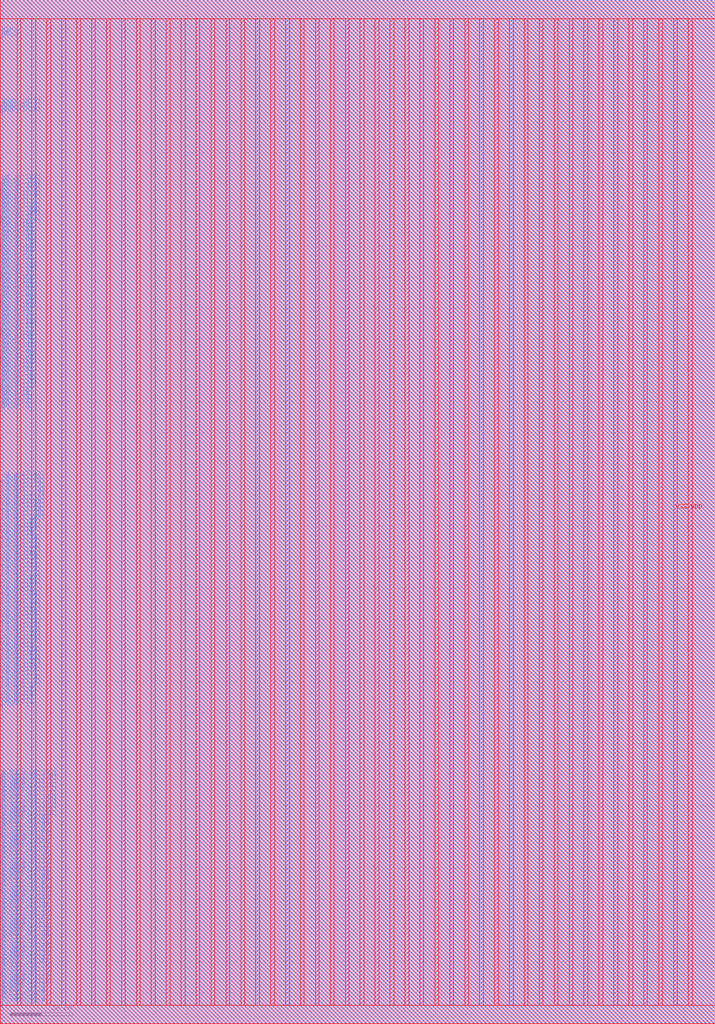
<source format=lef>
VERSION 5.7 ;
BUSBITCHARS "[]" ;
MACRO fakeram130_64x124
  FOREIGN fakeram130_64x124 0 0 ;
  SYMMETRY X Y R90 ;
  SIZE 230.000 BY 329.120 ;
  CLASS BLOCK ;
  PIN w_mask_in[0]
    DIRECTION INPUT ;
    USE SIGNAL ;
    SHAPE ABUTMENT ;
    PORT
      LAYER met3 ;
      RECT 0.000 5.850 0.800 6.150 ;
    END
  END w_mask_in[0]
  PIN w_mask_in[1]
    DIRECTION INPUT ;
    USE SIGNAL ;
    SHAPE ABUTMENT ;
    PORT
      LAYER met3 ;
      RECT 0.000 6.450 0.800 6.750 ;
    END
  END w_mask_in[1]
  PIN w_mask_in[2]
    DIRECTION INPUT ;
    USE SIGNAL ;
    SHAPE ABUTMENT ;
    PORT
      LAYER met3 ;
      RECT 0.000 7.050 0.800 7.350 ;
    END
  END w_mask_in[2]
  PIN w_mask_in[3]
    DIRECTION INPUT ;
    USE SIGNAL ;
    SHAPE ABUTMENT ;
    PORT
      LAYER met3 ;
      RECT 0.000 7.650 0.800 7.950 ;
    END
  END w_mask_in[3]
  PIN w_mask_in[4]
    DIRECTION INPUT ;
    USE SIGNAL ;
    SHAPE ABUTMENT ;
    PORT
      LAYER met3 ;
      RECT 0.000 8.250 0.800 8.550 ;
    END
  END w_mask_in[4]
  PIN w_mask_in[5]
    DIRECTION INPUT ;
    USE SIGNAL ;
    SHAPE ABUTMENT ;
    PORT
      LAYER met3 ;
      RECT 0.000 8.850 0.800 9.150 ;
    END
  END w_mask_in[5]
  PIN w_mask_in[6]
    DIRECTION INPUT ;
    USE SIGNAL ;
    SHAPE ABUTMENT ;
    PORT
      LAYER met3 ;
      RECT 0.000 9.450 0.800 9.750 ;
    END
  END w_mask_in[6]
  PIN w_mask_in[7]
    DIRECTION INPUT ;
    USE SIGNAL ;
    SHAPE ABUTMENT ;
    PORT
      LAYER met3 ;
      RECT 0.000 10.050 0.800 10.350 ;
    END
  END w_mask_in[7]
  PIN w_mask_in[8]
    DIRECTION INPUT ;
    USE SIGNAL ;
    SHAPE ABUTMENT ;
    PORT
      LAYER met3 ;
      RECT 0.000 10.650 0.800 10.950 ;
    END
  END w_mask_in[8]
  PIN w_mask_in[9]
    DIRECTION INPUT ;
    USE SIGNAL ;
    SHAPE ABUTMENT ;
    PORT
      LAYER met3 ;
      RECT 0.000 11.250 0.800 11.550 ;
    END
  END w_mask_in[9]
  PIN w_mask_in[10]
    DIRECTION INPUT ;
    USE SIGNAL ;
    SHAPE ABUTMENT ;
    PORT
      LAYER met3 ;
      RECT 0.000 11.850 0.800 12.150 ;
    END
  END w_mask_in[10]
  PIN w_mask_in[11]
    DIRECTION INPUT ;
    USE SIGNAL ;
    SHAPE ABUTMENT ;
    PORT
      LAYER met3 ;
      RECT 0.000 12.450 0.800 12.750 ;
    END
  END w_mask_in[11]
  PIN w_mask_in[12]
    DIRECTION INPUT ;
    USE SIGNAL ;
    SHAPE ABUTMENT ;
    PORT
      LAYER met3 ;
      RECT 0.000 13.050 0.800 13.350 ;
    END
  END w_mask_in[12]
  PIN w_mask_in[13]
    DIRECTION INPUT ;
    USE SIGNAL ;
    SHAPE ABUTMENT ;
    PORT
      LAYER met3 ;
      RECT 0.000 13.650 0.800 13.950 ;
    END
  END w_mask_in[13]
  PIN w_mask_in[14]
    DIRECTION INPUT ;
    USE SIGNAL ;
    SHAPE ABUTMENT ;
    PORT
      LAYER met3 ;
      RECT 0.000 14.250 0.800 14.550 ;
    END
  END w_mask_in[14]
  PIN w_mask_in[15]
    DIRECTION INPUT ;
    USE SIGNAL ;
    SHAPE ABUTMENT ;
    PORT
      LAYER met3 ;
      RECT 0.000 14.850 0.800 15.150 ;
    END
  END w_mask_in[15]
  PIN w_mask_in[16]
    DIRECTION INPUT ;
    USE SIGNAL ;
    SHAPE ABUTMENT ;
    PORT
      LAYER met3 ;
      RECT 0.000 15.450 0.800 15.750 ;
    END
  END w_mask_in[16]
  PIN w_mask_in[17]
    DIRECTION INPUT ;
    USE SIGNAL ;
    SHAPE ABUTMENT ;
    PORT
      LAYER met3 ;
      RECT 0.000 16.050 0.800 16.350 ;
    END
  END w_mask_in[17]
  PIN w_mask_in[18]
    DIRECTION INPUT ;
    USE SIGNAL ;
    SHAPE ABUTMENT ;
    PORT
      LAYER met3 ;
      RECT 0.000 16.650 0.800 16.950 ;
    END
  END w_mask_in[18]
  PIN w_mask_in[19]
    DIRECTION INPUT ;
    USE SIGNAL ;
    SHAPE ABUTMENT ;
    PORT
      LAYER met3 ;
      RECT 0.000 17.250 0.800 17.550 ;
    END
  END w_mask_in[19]
  PIN w_mask_in[20]
    DIRECTION INPUT ;
    USE SIGNAL ;
    SHAPE ABUTMENT ;
    PORT
      LAYER met3 ;
      RECT 0.000 17.850 0.800 18.150 ;
    END
  END w_mask_in[20]
  PIN w_mask_in[21]
    DIRECTION INPUT ;
    USE SIGNAL ;
    SHAPE ABUTMENT ;
    PORT
      LAYER met3 ;
      RECT 0.000 18.450 0.800 18.750 ;
    END
  END w_mask_in[21]
  PIN w_mask_in[22]
    DIRECTION INPUT ;
    USE SIGNAL ;
    SHAPE ABUTMENT ;
    PORT
      LAYER met3 ;
      RECT 0.000 19.050 0.800 19.350 ;
    END
  END w_mask_in[22]
  PIN w_mask_in[23]
    DIRECTION INPUT ;
    USE SIGNAL ;
    SHAPE ABUTMENT ;
    PORT
      LAYER met3 ;
      RECT 0.000 19.650 0.800 19.950 ;
    END
  END w_mask_in[23]
  PIN w_mask_in[24]
    DIRECTION INPUT ;
    USE SIGNAL ;
    SHAPE ABUTMENT ;
    PORT
      LAYER met3 ;
      RECT 0.000 20.250 0.800 20.550 ;
    END
  END w_mask_in[24]
  PIN w_mask_in[25]
    DIRECTION INPUT ;
    USE SIGNAL ;
    SHAPE ABUTMENT ;
    PORT
      LAYER met3 ;
      RECT 0.000 20.850 0.800 21.150 ;
    END
  END w_mask_in[25]
  PIN w_mask_in[26]
    DIRECTION INPUT ;
    USE SIGNAL ;
    SHAPE ABUTMENT ;
    PORT
      LAYER met3 ;
      RECT 0.000 21.450 0.800 21.750 ;
    END
  END w_mask_in[26]
  PIN w_mask_in[27]
    DIRECTION INPUT ;
    USE SIGNAL ;
    SHAPE ABUTMENT ;
    PORT
      LAYER met3 ;
      RECT 0.000 22.050 0.800 22.350 ;
    END
  END w_mask_in[27]
  PIN w_mask_in[28]
    DIRECTION INPUT ;
    USE SIGNAL ;
    SHAPE ABUTMENT ;
    PORT
      LAYER met3 ;
      RECT 0.000 22.650 0.800 22.950 ;
    END
  END w_mask_in[28]
  PIN w_mask_in[29]
    DIRECTION INPUT ;
    USE SIGNAL ;
    SHAPE ABUTMENT ;
    PORT
      LAYER met3 ;
      RECT 0.000 23.250 0.800 23.550 ;
    END
  END w_mask_in[29]
  PIN w_mask_in[30]
    DIRECTION INPUT ;
    USE SIGNAL ;
    SHAPE ABUTMENT ;
    PORT
      LAYER met3 ;
      RECT 0.000 23.850 0.800 24.150 ;
    END
  END w_mask_in[30]
  PIN w_mask_in[31]
    DIRECTION INPUT ;
    USE SIGNAL ;
    SHAPE ABUTMENT ;
    PORT
      LAYER met3 ;
      RECT 0.000 24.450 0.800 24.750 ;
    END
  END w_mask_in[31]
  PIN w_mask_in[32]
    DIRECTION INPUT ;
    USE SIGNAL ;
    SHAPE ABUTMENT ;
    PORT
      LAYER met3 ;
      RECT 0.000 25.050 0.800 25.350 ;
    END
  END w_mask_in[32]
  PIN w_mask_in[33]
    DIRECTION INPUT ;
    USE SIGNAL ;
    SHAPE ABUTMENT ;
    PORT
      LAYER met3 ;
      RECT 0.000 25.650 0.800 25.950 ;
    END
  END w_mask_in[33]
  PIN w_mask_in[34]
    DIRECTION INPUT ;
    USE SIGNAL ;
    SHAPE ABUTMENT ;
    PORT
      LAYER met3 ;
      RECT 0.000 26.250 0.800 26.550 ;
    END
  END w_mask_in[34]
  PIN w_mask_in[35]
    DIRECTION INPUT ;
    USE SIGNAL ;
    SHAPE ABUTMENT ;
    PORT
      LAYER met3 ;
      RECT 0.000 26.850 0.800 27.150 ;
    END
  END w_mask_in[35]
  PIN w_mask_in[36]
    DIRECTION INPUT ;
    USE SIGNAL ;
    SHAPE ABUTMENT ;
    PORT
      LAYER met3 ;
      RECT 0.000 27.450 0.800 27.750 ;
    END
  END w_mask_in[36]
  PIN w_mask_in[37]
    DIRECTION INPUT ;
    USE SIGNAL ;
    SHAPE ABUTMENT ;
    PORT
      LAYER met3 ;
      RECT 0.000 28.050 0.800 28.350 ;
    END
  END w_mask_in[37]
  PIN w_mask_in[38]
    DIRECTION INPUT ;
    USE SIGNAL ;
    SHAPE ABUTMENT ;
    PORT
      LAYER met3 ;
      RECT 0.000 28.650 0.800 28.950 ;
    END
  END w_mask_in[38]
  PIN w_mask_in[39]
    DIRECTION INPUT ;
    USE SIGNAL ;
    SHAPE ABUTMENT ;
    PORT
      LAYER met3 ;
      RECT 0.000 29.250 0.800 29.550 ;
    END
  END w_mask_in[39]
  PIN w_mask_in[40]
    DIRECTION INPUT ;
    USE SIGNAL ;
    SHAPE ABUTMENT ;
    PORT
      LAYER met3 ;
      RECT 0.000 29.850 0.800 30.150 ;
    END
  END w_mask_in[40]
  PIN w_mask_in[41]
    DIRECTION INPUT ;
    USE SIGNAL ;
    SHAPE ABUTMENT ;
    PORT
      LAYER met3 ;
      RECT 0.000 30.450 0.800 30.750 ;
    END
  END w_mask_in[41]
  PIN w_mask_in[42]
    DIRECTION INPUT ;
    USE SIGNAL ;
    SHAPE ABUTMENT ;
    PORT
      LAYER met3 ;
      RECT 0.000 31.050 0.800 31.350 ;
    END
  END w_mask_in[42]
  PIN w_mask_in[43]
    DIRECTION INPUT ;
    USE SIGNAL ;
    SHAPE ABUTMENT ;
    PORT
      LAYER met3 ;
      RECT 0.000 31.650 0.800 31.950 ;
    END
  END w_mask_in[43]
  PIN w_mask_in[44]
    DIRECTION INPUT ;
    USE SIGNAL ;
    SHAPE ABUTMENT ;
    PORT
      LAYER met3 ;
      RECT 0.000 32.250 0.800 32.550 ;
    END
  END w_mask_in[44]
  PIN w_mask_in[45]
    DIRECTION INPUT ;
    USE SIGNAL ;
    SHAPE ABUTMENT ;
    PORT
      LAYER met3 ;
      RECT 0.000 32.850 0.800 33.150 ;
    END
  END w_mask_in[45]
  PIN w_mask_in[46]
    DIRECTION INPUT ;
    USE SIGNAL ;
    SHAPE ABUTMENT ;
    PORT
      LAYER met3 ;
      RECT 0.000 33.450 0.800 33.750 ;
    END
  END w_mask_in[46]
  PIN w_mask_in[47]
    DIRECTION INPUT ;
    USE SIGNAL ;
    SHAPE ABUTMENT ;
    PORT
      LAYER met3 ;
      RECT 0.000 34.050 0.800 34.350 ;
    END
  END w_mask_in[47]
  PIN w_mask_in[48]
    DIRECTION INPUT ;
    USE SIGNAL ;
    SHAPE ABUTMENT ;
    PORT
      LAYER met3 ;
      RECT 0.000 34.650 0.800 34.950 ;
    END
  END w_mask_in[48]
  PIN w_mask_in[49]
    DIRECTION INPUT ;
    USE SIGNAL ;
    SHAPE ABUTMENT ;
    PORT
      LAYER met3 ;
      RECT 0.000 35.250 0.800 35.550 ;
    END
  END w_mask_in[49]
  PIN w_mask_in[50]
    DIRECTION INPUT ;
    USE SIGNAL ;
    SHAPE ABUTMENT ;
    PORT
      LAYER met3 ;
      RECT 0.000 35.850 0.800 36.150 ;
    END
  END w_mask_in[50]
  PIN w_mask_in[51]
    DIRECTION INPUT ;
    USE SIGNAL ;
    SHAPE ABUTMENT ;
    PORT
      LAYER met3 ;
      RECT 0.000 36.450 0.800 36.750 ;
    END
  END w_mask_in[51]
  PIN w_mask_in[52]
    DIRECTION INPUT ;
    USE SIGNAL ;
    SHAPE ABUTMENT ;
    PORT
      LAYER met3 ;
      RECT 0.000 37.050 0.800 37.350 ;
    END
  END w_mask_in[52]
  PIN w_mask_in[53]
    DIRECTION INPUT ;
    USE SIGNAL ;
    SHAPE ABUTMENT ;
    PORT
      LAYER met3 ;
      RECT 0.000 37.650 0.800 37.950 ;
    END
  END w_mask_in[53]
  PIN w_mask_in[54]
    DIRECTION INPUT ;
    USE SIGNAL ;
    SHAPE ABUTMENT ;
    PORT
      LAYER met3 ;
      RECT 0.000 38.250 0.800 38.550 ;
    END
  END w_mask_in[54]
  PIN w_mask_in[55]
    DIRECTION INPUT ;
    USE SIGNAL ;
    SHAPE ABUTMENT ;
    PORT
      LAYER met3 ;
      RECT 0.000 38.850 0.800 39.150 ;
    END
  END w_mask_in[55]
  PIN w_mask_in[56]
    DIRECTION INPUT ;
    USE SIGNAL ;
    SHAPE ABUTMENT ;
    PORT
      LAYER met3 ;
      RECT 0.000 39.450 0.800 39.750 ;
    END
  END w_mask_in[56]
  PIN w_mask_in[57]
    DIRECTION INPUT ;
    USE SIGNAL ;
    SHAPE ABUTMENT ;
    PORT
      LAYER met3 ;
      RECT 0.000 40.050 0.800 40.350 ;
    END
  END w_mask_in[57]
  PIN w_mask_in[58]
    DIRECTION INPUT ;
    USE SIGNAL ;
    SHAPE ABUTMENT ;
    PORT
      LAYER met3 ;
      RECT 0.000 40.650 0.800 40.950 ;
    END
  END w_mask_in[58]
  PIN w_mask_in[59]
    DIRECTION INPUT ;
    USE SIGNAL ;
    SHAPE ABUTMENT ;
    PORT
      LAYER met3 ;
      RECT 0.000 41.250 0.800 41.550 ;
    END
  END w_mask_in[59]
  PIN w_mask_in[60]
    DIRECTION INPUT ;
    USE SIGNAL ;
    SHAPE ABUTMENT ;
    PORT
      LAYER met3 ;
      RECT 0.000 41.850 0.800 42.150 ;
    END
  END w_mask_in[60]
  PIN w_mask_in[61]
    DIRECTION INPUT ;
    USE SIGNAL ;
    SHAPE ABUTMENT ;
    PORT
      LAYER met3 ;
      RECT 0.000 42.450 0.800 42.750 ;
    END
  END w_mask_in[61]
  PIN w_mask_in[62]
    DIRECTION INPUT ;
    USE SIGNAL ;
    SHAPE ABUTMENT ;
    PORT
      LAYER met3 ;
      RECT 0.000 43.050 0.800 43.350 ;
    END
  END w_mask_in[62]
  PIN w_mask_in[63]
    DIRECTION INPUT ;
    USE SIGNAL ;
    SHAPE ABUTMENT ;
    PORT
      LAYER met3 ;
      RECT 0.000 43.650 0.800 43.950 ;
    END
  END w_mask_in[63]
  PIN w_mask_in[64]
    DIRECTION INPUT ;
    USE SIGNAL ;
    SHAPE ABUTMENT ;
    PORT
      LAYER met3 ;
      RECT 0.000 44.250 0.800 44.550 ;
    END
  END w_mask_in[64]
  PIN w_mask_in[65]
    DIRECTION INPUT ;
    USE SIGNAL ;
    SHAPE ABUTMENT ;
    PORT
      LAYER met3 ;
      RECT 0.000 44.850 0.800 45.150 ;
    END
  END w_mask_in[65]
  PIN w_mask_in[66]
    DIRECTION INPUT ;
    USE SIGNAL ;
    SHAPE ABUTMENT ;
    PORT
      LAYER met3 ;
      RECT 0.000 45.450 0.800 45.750 ;
    END
  END w_mask_in[66]
  PIN w_mask_in[67]
    DIRECTION INPUT ;
    USE SIGNAL ;
    SHAPE ABUTMENT ;
    PORT
      LAYER met3 ;
      RECT 0.000 46.050 0.800 46.350 ;
    END
  END w_mask_in[67]
  PIN w_mask_in[68]
    DIRECTION INPUT ;
    USE SIGNAL ;
    SHAPE ABUTMENT ;
    PORT
      LAYER met3 ;
      RECT 0.000 46.650 0.800 46.950 ;
    END
  END w_mask_in[68]
  PIN w_mask_in[69]
    DIRECTION INPUT ;
    USE SIGNAL ;
    SHAPE ABUTMENT ;
    PORT
      LAYER met3 ;
      RECT 0.000 47.250 0.800 47.550 ;
    END
  END w_mask_in[69]
  PIN w_mask_in[70]
    DIRECTION INPUT ;
    USE SIGNAL ;
    SHAPE ABUTMENT ;
    PORT
      LAYER met3 ;
      RECT 0.000 47.850 0.800 48.150 ;
    END
  END w_mask_in[70]
  PIN w_mask_in[71]
    DIRECTION INPUT ;
    USE SIGNAL ;
    SHAPE ABUTMENT ;
    PORT
      LAYER met3 ;
      RECT 0.000 48.450 0.800 48.750 ;
    END
  END w_mask_in[71]
  PIN w_mask_in[72]
    DIRECTION INPUT ;
    USE SIGNAL ;
    SHAPE ABUTMENT ;
    PORT
      LAYER met3 ;
      RECT 0.000 49.050 0.800 49.350 ;
    END
  END w_mask_in[72]
  PIN w_mask_in[73]
    DIRECTION INPUT ;
    USE SIGNAL ;
    SHAPE ABUTMENT ;
    PORT
      LAYER met3 ;
      RECT 0.000 49.650 0.800 49.950 ;
    END
  END w_mask_in[73]
  PIN w_mask_in[74]
    DIRECTION INPUT ;
    USE SIGNAL ;
    SHAPE ABUTMENT ;
    PORT
      LAYER met3 ;
      RECT 0.000 50.250 0.800 50.550 ;
    END
  END w_mask_in[74]
  PIN w_mask_in[75]
    DIRECTION INPUT ;
    USE SIGNAL ;
    SHAPE ABUTMENT ;
    PORT
      LAYER met3 ;
      RECT 0.000 50.850 0.800 51.150 ;
    END
  END w_mask_in[75]
  PIN w_mask_in[76]
    DIRECTION INPUT ;
    USE SIGNAL ;
    SHAPE ABUTMENT ;
    PORT
      LAYER met3 ;
      RECT 0.000 51.450 0.800 51.750 ;
    END
  END w_mask_in[76]
  PIN w_mask_in[77]
    DIRECTION INPUT ;
    USE SIGNAL ;
    SHAPE ABUTMENT ;
    PORT
      LAYER met3 ;
      RECT 0.000 52.050 0.800 52.350 ;
    END
  END w_mask_in[77]
  PIN w_mask_in[78]
    DIRECTION INPUT ;
    USE SIGNAL ;
    SHAPE ABUTMENT ;
    PORT
      LAYER met3 ;
      RECT 0.000 52.650 0.800 52.950 ;
    END
  END w_mask_in[78]
  PIN w_mask_in[79]
    DIRECTION INPUT ;
    USE SIGNAL ;
    SHAPE ABUTMENT ;
    PORT
      LAYER met3 ;
      RECT 0.000 53.250 0.800 53.550 ;
    END
  END w_mask_in[79]
  PIN w_mask_in[80]
    DIRECTION INPUT ;
    USE SIGNAL ;
    SHAPE ABUTMENT ;
    PORT
      LAYER met3 ;
      RECT 0.000 53.850 0.800 54.150 ;
    END
  END w_mask_in[80]
  PIN w_mask_in[81]
    DIRECTION INPUT ;
    USE SIGNAL ;
    SHAPE ABUTMENT ;
    PORT
      LAYER met3 ;
      RECT 0.000 54.450 0.800 54.750 ;
    END
  END w_mask_in[81]
  PIN w_mask_in[82]
    DIRECTION INPUT ;
    USE SIGNAL ;
    SHAPE ABUTMENT ;
    PORT
      LAYER met3 ;
      RECT 0.000 55.050 0.800 55.350 ;
    END
  END w_mask_in[82]
  PIN w_mask_in[83]
    DIRECTION INPUT ;
    USE SIGNAL ;
    SHAPE ABUTMENT ;
    PORT
      LAYER met3 ;
      RECT 0.000 55.650 0.800 55.950 ;
    END
  END w_mask_in[83]
  PIN w_mask_in[84]
    DIRECTION INPUT ;
    USE SIGNAL ;
    SHAPE ABUTMENT ;
    PORT
      LAYER met3 ;
      RECT 0.000 56.250 0.800 56.550 ;
    END
  END w_mask_in[84]
  PIN w_mask_in[85]
    DIRECTION INPUT ;
    USE SIGNAL ;
    SHAPE ABUTMENT ;
    PORT
      LAYER met3 ;
      RECT 0.000 56.850 0.800 57.150 ;
    END
  END w_mask_in[85]
  PIN w_mask_in[86]
    DIRECTION INPUT ;
    USE SIGNAL ;
    SHAPE ABUTMENT ;
    PORT
      LAYER met3 ;
      RECT 0.000 57.450 0.800 57.750 ;
    END
  END w_mask_in[86]
  PIN w_mask_in[87]
    DIRECTION INPUT ;
    USE SIGNAL ;
    SHAPE ABUTMENT ;
    PORT
      LAYER met3 ;
      RECT 0.000 58.050 0.800 58.350 ;
    END
  END w_mask_in[87]
  PIN w_mask_in[88]
    DIRECTION INPUT ;
    USE SIGNAL ;
    SHAPE ABUTMENT ;
    PORT
      LAYER met3 ;
      RECT 0.000 58.650 0.800 58.950 ;
    END
  END w_mask_in[88]
  PIN w_mask_in[89]
    DIRECTION INPUT ;
    USE SIGNAL ;
    SHAPE ABUTMENT ;
    PORT
      LAYER met3 ;
      RECT 0.000 59.250 0.800 59.550 ;
    END
  END w_mask_in[89]
  PIN w_mask_in[90]
    DIRECTION INPUT ;
    USE SIGNAL ;
    SHAPE ABUTMENT ;
    PORT
      LAYER met3 ;
      RECT 0.000 59.850 0.800 60.150 ;
    END
  END w_mask_in[90]
  PIN w_mask_in[91]
    DIRECTION INPUT ;
    USE SIGNAL ;
    SHAPE ABUTMENT ;
    PORT
      LAYER met3 ;
      RECT 0.000 60.450 0.800 60.750 ;
    END
  END w_mask_in[91]
  PIN w_mask_in[92]
    DIRECTION INPUT ;
    USE SIGNAL ;
    SHAPE ABUTMENT ;
    PORT
      LAYER met3 ;
      RECT 0.000 61.050 0.800 61.350 ;
    END
  END w_mask_in[92]
  PIN w_mask_in[93]
    DIRECTION INPUT ;
    USE SIGNAL ;
    SHAPE ABUTMENT ;
    PORT
      LAYER met3 ;
      RECT 0.000 61.650 0.800 61.950 ;
    END
  END w_mask_in[93]
  PIN w_mask_in[94]
    DIRECTION INPUT ;
    USE SIGNAL ;
    SHAPE ABUTMENT ;
    PORT
      LAYER met3 ;
      RECT 0.000 62.250 0.800 62.550 ;
    END
  END w_mask_in[94]
  PIN w_mask_in[95]
    DIRECTION INPUT ;
    USE SIGNAL ;
    SHAPE ABUTMENT ;
    PORT
      LAYER met3 ;
      RECT 0.000 62.850 0.800 63.150 ;
    END
  END w_mask_in[95]
  PIN w_mask_in[96]
    DIRECTION INPUT ;
    USE SIGNAL ;
    SHAPE ABUTMENT ;
    PORT
      LAYER met3 ;
      RECT 0.000 63.450 0.800 63.750 ;
    END
  END w_mask_in[96]
  PIN w_mask_in[97]
    DIRECTION INPUT ;
    USE SIGNAL ;
    SHAPE ABUTMENT ;
    PORT
      LAYER met3 ;
      RECT 0.000 64.050 0.800 64.350 ;
    END
  END w_mask_in[97]
  PIN w_mask_in[98]
    DIRECTION INPUT ;
    USE SIGNAL ;
    SHAPE ABUTMENT ;
    PORT
      LAYER met3 ;
      RECT 0.000 64.650 0.800 64.950 ;
    END
  END w_mask_in[98]
  PIN w_mask_in[99]
    DIRECTION INPUT ;
    USE SIGNAL ;
    SHAPE ABUTMENT ;
    PORT
      LAYER met3 ;
      RECT 0.000 65.250 0.800 65.550 ;
    END
  END w_mask_in[99]
  PIN w_mask_in[100]
    DIRECTION INPUT ;
    USE SIGNAL ;
    SHAPE ABUTMENT ;
    PORT
      LAYER met3 ;
      RECT 0.000 65.850 0.800 66.150 ;
    END
  END w_mask_in[100]
  PIN w_mask_in[101]
    DIRECTION INPUT ;
    USE SIGNAL ;
    SHAPE ABUTMENT ;
    PORT
      LAYER met3 ;
      RECT 0.000 66.450 0.800 66.750 ;
    END
  END w_mask_in[101]
  PIN w_mask_in[102]
    DIRECTION INPUT ;
    USE SIGNAL ;
    SHAPE ABUTMENT ;
    PORT
      LAYER met3 ;
      RECT 0.000 67.050 0.800 67.350 ;
    END
  END w_mask_in[102]
  PIN w_mask_in[103]
    DIRECTION INPUT ;
    USE SIGNAL ;
    SHAPE ABUTMENT ;
    PORT
      LAYER met3 ;
      RECT 0.000 67.650 0.800 67.950 ;
    END
  END w_mask_in[103]
  PIN w_mask_in[104]
    DIRECTION INPUT ;
    USE SIGNAL ;
    SHAPE ABUTMENT ;
    PORT
      LAYER met3 ;
      RECT 0.000 68.250 0.800 68.550 ;
    END
  END w_mask_in[104]
  PIN w_mask_in[105]
    DIRECTION INPUT ;
    USE SIGNAL ;
    SHAPE ABUTMENT ;
    PORT
      LAYER met3 ;
      RECT 0.000 68.850 0.800 69.150 ;
    END
  END w_mask_in[105]
  PIN w_mask_in[106]
    DIRECTION INPUT ;
    USE SIGNAL ;
    SHAPE ABUTMENT ;
    PORT
      LAYER met3 ;
      RECT 0.000 69.450 0.800 69.750 ;
    END
  END w_mask_in[106]
  PIN w_mask_in[107]
    DIRECTION INPUT ;
    USE SIGNAL ;
    SHAPE ABUTMENT ;
    PORT
      LAYER met3 ;
      RECT 0.000 70.050 0.800 70.350 ;
    END
  END w_mask_in[107]
  PIN w_mask_in[108]
    DIRECTION INPUT ;
    USE SIGNAL ;
    SHAPE ABUTMENT ;
    PORT
      LAYER met3 ;
      RECT 0.000 70.650 0.800 70.950 ;
    END
  END w_mask_in[108]
  PIN w_mask_in[109]
    DIRECTION INPUT ;
    USE SIGNAL ;
    SHAPE ABUTMENT ;
    PORT
      LAYER met3 ;
      RECT 0.000 71.250 0.800 71.550 ;
    END
  END w_mask_in[109]
  PIN w_mask_in[110]
    DIRECTION INPUT ;
    USE SIGNAL ;
    SHAPE ABUTMENT ;
    PORT
      LAYER met3 ;
      RECT 0.000 71.850 0.800 72.150 ;
    END
  END w_mask_in[110]
  PIN w_mask_in[111]
    DIRECTION INPUT ;
    USE SIGNAL ;
    SHAPE ABUTMENT ;
    PORT
      LAYER met3 ;
      RECT 0.000 72.450 0.800 72.750 ;
    END
  END w_mask_in[111]
  PIN w_mask_in[112]
    DIRECTION INPUT ;
    USE SIGNAL ;
    SHAPE ABUTMENT ;
    PORT
      LAYER met3 ;
      RECT 0.000 73.050 0.800 73.350 ;
    END
  END w_mask_in[112]
  PIN w_mask_in[113]
    DIRECTION INPUT ;
    USE SIGNAL ;
    SHAPE ABUTMENT ;
    PORT
      LAYER met3 ;
      RECT 0.000 73.650 0.800 73.950 ;
    END
  END w_mask_in[113]
  PIN w_mask_in[114]
    DIRECTION INPUT ;
    USE SIGNAL ;
    SHAPE ABUTMENT ;
    PORT
      LAYER met3 ;
      RECT 0.000 74.250 0.800 74.550 ;
    END
  END w_mask_in[114]
  PIN w_mask_in[115]
    DIRECTION INPUT ;
    USE SIGNAL ;
    SHAPE ABUTMENT ;
    PORT
      LAYER met3 ;
      RECT 0.000 74.850 0.800 75.150 ;
    END
  END w_mask_in[115]
  PIN w_mask_in[116]
    DIRECTION INPUT ;
    USE SIGNAL ;
    SHAPE ABUTMENT ;
    PORT
      LAYER met3 ;
      RECT 0.000 75.450 0.800 75.750 ;
    END
  END w_mask_in[116]
  PIN w_mask_in[117]
    DIRECTION INPUT ;
    USE SIGNAL ;
    SHAPE ABUTMENT ;
    PORT
      LAYER met3 ;
      RECT 0.000 76.050 0.800 76.350 ;
    END
  END w_mask_in[117]
  PIN w_mask_in[118]
    DIRECTION INPUT ;
    USE SIGNAL ;
    SHAPE ABUTMENT ;
    PORT
      LAYER met3 ;
      RECT 0.000 76.650 0.800 76.950 ;
    END
  END w_mask_in[118]
  PIN w_mask_in[119]
    DIRECTION INPUT ;
    USE SIGNAL ;
    SHAPE ABUTMENT ;
    PORT
      LAYER met3 ;
      RECT 0.000 77.250 0.800 77.550 ;
    END
  END w_mask_in[119]
  PIN w_mask_in[120]
    DIRECTION INPUT ;
    USE SIGNAL ;
    SHAPE ABUTMENT ;
    PORT
      LAYER met3 ;
      RECT 0.000 77.850 0.800 78.150 ;
    END
  END w_mask_in[120]
  PIN w_mask_in[121]
    DIRECTION INPUT ;
    USE SIGNAL ;
    SHAPE ABUTMENT ;
    PORT
      LAYER met3 ;
      RECT 0.000 78.450 0.800 78.750 ;
    END
  END w_mask_in[121]
  PIN w_mask_in[122]
    DIRECTION INPUT ;
    USE SIGNAL ;
    SHAPE ABUTMENT ;
    PORT
      LAYER met3 ;
      RECT 0.000 79.050 0.800 79.350 ;
    END
  END w_mask_in[122]
  PIN w_mask_in[123]
    DIRECTION INPUT ;
    USE SIGNAL ;
    SHAPE ABUTMENT ;
    PORT
      LAYER met3 ;
      RECT 0.000 79.650 0.800 79.950 ;
    END
  END w_mask_in[123]
  PIN rd_out[0]
    DIRECTION OUTPUT ;
    USE SIGNAL ;
    SHAPE ABUTMENT ;
    PORT
      LAYER met3 ;
      RECT 0.000 101.250 0.800 101.550 ;
    END
  END rd_out[0]
  PIN rd_out[1]
    DIRECTION OUTPUT ;
    USE SIGNAL ;
    SHAPE ABUTMENT ;
    PORT
      LAYER met3 ;
      RECT 0.000 101.850 0.800 102.150 ;
    END
  END rd_out[1]
  PIN rd_out[2]
    DIRECTION OUTPUT ;
    USE SIGNAL ;
    SHAPE ABUTMENT ;
    PORT
      LAYER met3 ;
      RECT 0.000 102.450 0.800 102.750 ;
    END
  END rd_out[2]
  PIN rd_out[3]
    DIRECTION OUTPUT ;
    USE SIGNAL ;
    SHAPE ABUTMENT ;
    PORT
      LAYER met3 ;
      RECT 0.000 103.050 0.800 103.350 ;
    END
  END rd_out[3]
  PIN rd_out[4]
    DIRECTION OUTPUT ;
    USE SIGNAL ;
    SHAPE ABUTMENT ;
    PORT
      LAYER met3 ;
      RECT 0.000 103.650 0.800 103.950 ;
    END
  END rd_out[4]
  PIN rd_out[5]
    DIRECTION OUTPUT ;
    USE SIGNAL ;
    SHAPE ABUTMENT ;
    PORT
      LAYER met3 ;
      RECT 0.000 104.250 0.800 104.550 ;
    END
  END rd_out[5]
  PIN rd_out[6]
    DIRECTION OUTPUT ;
    USE SIGNAL ;
    SHAPE ABUTMENT ;
    PORT
      LAYER met3 ;
      RECT 0.000 104.850 0.800 105.150 ;
    END
  END rd_out[6]
  PIN rd_out[7]
    DIRECTION OUTPUT ;
    USE SIGNAL ;
    SHAPE ABUTMENT ;
    PORT
      LAYER met3 ;
      RECT 0.000 105.450 0.800 105.750 ;
    END
  END rd_out[7]
  PIN rd_out[8]
    DIRECTION OUTPUT ;
    USE SIGNAL ;
    SHAPE ABUTMENT ;
    PORT
      LAYER met3 ;
      RECT 0.000 106.050 0.800 106.350 ;
    END
  END rd_out[8]
  PIN rd_out[9]
    DIRECTION OUTPUT ;
    USE SIGNAL ;
    SHAPE ABUTMENT ;
    PORT
      LAYER met3 ;
      RECT 0.000 106.650 0.800 106.950 ;
    END
  END rd_out[9]
  PIN rd_out[10]
    DIRECTION OUTPUT ;
    USE SIGNAL ;
    SHAPE ABUTMENT ;
    PORT
      LAYER met3 ;
      RECT 0.000 107.250 0.800 107.550 ;
    END
  END rd_out[10]
  PIN rd_out[11]
    DIRECTION OUTPUT ;
    USE SIGNAL ;
    SHAPE ABUTMENT ;
    PORT
      LAYER met3 ;
      RECT 0.000 107.850 0.800 108.150 ;
    END
  END rd_out[11]
  PIN rd_out[12]
    DIRECTION OUTPUT ;
    USE SIGNAL ;
    SHAPE ABUTMENT ;
    PORT
      LAYER met3 ;
      RECT 0.000 108.450 0.800 108.750 ;
    END
  END rd_out[12]
  PIN rd_out[13]
    DIRECTION OUTPUT ;
    USE SIGNAL ;
    SHAPE ABUTMENT ;
    PORT
      LAYER met3 ;
      RECT 0.000 109.050 0.800 109.350 ;
    END
  END rd_out[13]
  PIN rd_out[14]
    DIRECTION OUTPUT ;
    USE SIGNAL ;
    SHAPE ABUTMENT ;
    PORT
      LAYER met3 ;
      RECT 0.000 109.650 0.800 109.950 ;
    END
  END rd_out[14]
  PIN rd_out[15]
    DIRECTION OUTPUT ;
    USE SIGNAL ;
    SHAPE ABUTMENT ;
    PORT
      LAYER met3 ;
      RECT 0.000 110.250 0.800 110.550 ;
    END
  END rd_out[15]
  PIN rd_out[16]
    DIRECTION OUTPUT ;
    USE SIGNAL ;
    SHAPE ABUTMENT ;
    PORT
      LAYER met3 ;
      RECT 0.000 110.850 0.800 111.150 ;
    END
  END rd_out[16]
  PIN rd_out[17]
    DIRECTION OUTPUT ;
    USE SIGNAL ;
    SHAPE ABUTMENT ;
    PORT
      LAYER met3 ;
      RECT 0.000 111.450 0.800 111.750 ;
    END
  END rd_out[17]
  PIN rd_out[18]
    DIRECTION OUTPUT ;
    USE SIGNAL ;
    SHAPE ABUTMENT ;
    PORT
      LAYER met3 ;
      RECT 0.000 112.050 0.800 112.350 ;
    END
  END rd_out[18]
  PIN rd_out[19]
    DIRECTION OUTPUT ;
    USE SIGNAL ;
    SHAPE ABUTMENT ;
    PORT
      LAYER met3 ;
      RECT 0.000 112.650 0.800 112.950 ;
    END
  END rd_out[19]
  PIN rd_out[20]
    DIRECTION OUTPUT ;
    USE SIGNAL ;
    SHAPE ABUTMENT ;
    PORT
      LAYER met3 ;
      RECT 0.000 113.250 0.800 113.550 ;
    END
  END rd_out[20]
  PIN rd_out[21]
    DIRECTION OUTPUT ;
    USE SIGNAL ;
    SHAPE ABUTMENT ;
    PORT
      LAYER met3 ;
      RECT 0.000 113.850 0.800 114.150 ;
    END
  END rd_out[21]
  PIN rd_out[22]
    DIRECTION OUTPUT ;
    USE SIGNAL ;
    SHAPE ABUTMENT ;
    PORT
      LAYER met3 ;
      RECT 0.000 114.450 0.800 114.750 ;
    END
  END rd_out[22]
  PIN rd_out[23]
    DIRECTION OUTPUT ;
    USE SIGNAL ;
    SHAPE ABUTMENT ;
    PORT
      LAYER met3 ;
      RECT 0.000 115.050 0.800 115.350 ;
    END
  END rd_out[23]
  PIN rd_out[24]
    DIRECTION OUTPUT ;
    USE SIGNAL ;
    SHAPE ABUTMENT ;
    PORT
      LAYER met3 ;
      RECT 0.000 115.650 0.800 115.950 ;
    END
  END rd_out[24]
  PIN rd_out[25]
    DIRECTION OUTPUT ;
    USE SIGNAL ;
    SHAPE ABUTMENT ;
    PORT
      LAYER met3 ;
      RECT 0.000 116.250 0.800 116.550 ;
    END
  END rd_out[25]
  PIN rd_out[26]
    DIRECTION OUTPUT ;
    USE SIGNAL ;
    SHAPE ABUTMENT ;
    PORT
      LAYER met3 ;
      RECT 0.000 116.850 0.800 117.150 ;
    END
  END rd_out[26]
  PIN rd_out[27]
    DIRECTION OUTPUT ;
    USE SIGNAL ;
    SHAPE ABUTMENT ;
    PORT
      LAYER met3 ;
      RECT 0.000 117.450 0.800 117.750 ;
    END
  END rd_out[27]
  PIN rd_out[28]
    DIRECTION OUTPUT ;
    USE SIGNAL ;
    SHAPE ABUTMENT ;
    PORT
      LAYER met3 ;
      RECT 0.000 118.050 0.800 118.350 ;
    END
  END rd_out[28]
  PIN rd_out[29]
    DIRECTION OUTPUT ;
    USE SIGNAL ;
    SHAPE ABUTMENT ;
    PORT
      LAYER met3 ;
      RECT 0.000 118.650 0.800 118.950 ;
    END
  END rd_out[29]
  PIN rd_out[30]
    DIRECTION OUTPUT ;
    USE SIGNAL ;
    SHAPE ABUTMENT ;
    PORT
      LAYER met3 ;
      RECT 0.000 119.250 0.800 119.550 ;
    END
  END rd_out[30]
  PIN rd_out[31]
    DIRECTION OUTPUT ;
    USE SIGNAL ;
    SHAPE ABUTMENT ;
    PORT
      LAYER met3 ;
      RECT 0.000 119.850 0.800 120.150 ;
    END
  END rd_out[31]
  PIN rd_out[32]
    DIRECTION OUTPUT ;
    USE SIGNAL ;
    SHAPE ABUTMENT ;
    PORT
      LAYER met3 ;
      RECT 0.000 120.450 0.800 120.750 ;
    END
  END rd_out[32]
  PIN rd_out[33]
    DIRECTION OUTPUT ;
    USE SIGNAL ;
    SHAPE ABUTMENT ;
    PORT
      LAYER met3 ;
      RECT 0.000 121.050 0.800 121.350 ;
    END
  END rd_out[33]
  PIN rd_out[34]
    DIRECTION OUTPUT ;
    USE SIGNAL ;
    SHAPE ABUTMENT ;
    PORT
      LAYER met3 ;
      RECT 0.000 121.650 0.800 121.950 ;
    END
  END rd_out[34]
  PIN rd_out[35]
    DIRECTION OUTPUT ;
    USE SIGNAL ;
    SHAPE ABUTMENT ;
    PORT
      LAYER met3 ;
      RECT 0.000 122.250 0.800 122.550 ;
    END
  END rd_out[35]
  PIN rd_out[36]
    DIRECTION OUTPUT ;
    USE SIGNAL ;
    SHAPE ABUTMENT ;
    PORT
      LAYER met3 ;
      RECT 0.000 122.850 0.800 123.150 ;
    END
  END rd_out[36]
  PIN rd_out[37]
    DIRECTION OUTPUT ;
    USE SIGNAL ;
    SHAPE ABUTMENT ;
    PORT
      LAYER met3 ;
      RECT 0.000 123.450 0.800 123.750 ;
    END
  END rd_out[37]
  PIN rd_out[38]
    DIRECTION OUTPUT ;
    USE SIGNAL ;
    SHAPE ABUTMENT ;
    PORT
      LAYER met3 ;
      RECT 0.000 124.050 0.800 124.350 ;
    END
  END rd_out[38]
  PIN rd_out[39]
    DIRECTION OUTPUT ;
    USE SIGNAL ;
    SHAPE ABUTMENT ;
    PORT
      LAYER met3 ;
      RECT 0.000 124.650 0.800 124.950 ;
    END
  END rd_out[39]
  PIN rd_out[40]
    DIRECTION OUTPUT ;
    USE SIGNAL ;
    SHAPE ABUTMENT ;
    PORT
      LAYER met3 ;
      RECT 0.000 125.250 0.800 125.550 ;
    END
  END rd_out[40]
  PIN rd_out[41]
    DIRECTION OUTPUT ;
    USE SIGNAL ;
    SHAPE ABUTMENT ;
    PORT
      LAYER met3 ;
      RECT 0.000 125.850 0.800 126.150 ;
    END
  END rd_out[41]
  PIN rd_out[42]
    DIRECTION OUTPUT ;
    USE SIGNAL ;
    SHAPE ABUTMENT ;
    PORT
      LAYER met3 ;
      RECT 0.000 126.450 0.800 126.750 ;
    END
  END rd_out[42]
  PIN rd_out[43]
    DIRECTION OUTPUT ;
    USE SIGNAL ;
    SHAPE ABUTMENT ;
    PORT
      LAYER met3 ;
      RECT 0.000 127.050 0.800 127.350 ;
    END
  END rd_out[43]
  PIN rd_out[44]
    DIRECTION OUTPUT ;
    USE SIGNAL ;
    SHAPE ABUTMENT ;
    PORT
      LAYER met3 ;
      RECT 0.000 127.650 0.800 127.950 ;
    END
  END rd_out[44]
  PIN rd_out[45]
    DIRECTION OUTPUT ;
    USE SIGNAL ;
    SHAPE ABUTMENT ;
    PORT
      LAYER met3 ;
      RECT 0.000 128.250 0.800 128.550 ;
    END
  END rd_out[45]
  PIN rd_out[46]
    DIRECTION OUTPUT ;
    USE SIGNAL ;
    SHAPE ABUTMENT ;
    PORT
      LAYER met3 ;
      RECT 0.000 128.850 0.800 129.150 ;
    END
  END rd_out[46]
  PIN rd_out[47]
    DIRECTION OUTPUT ;
    USE SIGNAL ;
    SHAPE ABUTMENT ;
    PORT
      LAYER met3 ;
      RECT 0.000 129.450 0.800 129.750 ;
    END
  END rd_out[47]
  PIN rd_out[48]
    DIRECTION OUTPUT ;
    USE SIGNAL ;
    SHAPE ABUTMENT ;
    PORT
      LAYER met3 ;
      RECT 0.000 130.050 0.800 130.350 ;
    END
  END rd_out[48]
  PIN rd_out[49]
    DIRECTION OUTPUT ;
    USE SIGNAL ;
    SHAPE ABUTMENT ;
    PORT
      LAYER met3 ;
      RECT 0.000 130.650 0.800 130.950 ;
    END
  END rd_out[49]
  PIN rd_out[50]
    DIRECTION OUTPUT ;
    USE SIGNAL ;
    SHAPE ABUTMENT ;
    PORT
      LAYER met3 ;
      RECT 0.000 131.250 0.800 131.550 ;
    END
  END rd_out[50]
  PIN rd_out[51]
    DIRECTION OUTPUT ;
    USE SIGNAL ;
    SHAPE ABUTMENT ;
    PORT
      LAYER met3 ;
      RECT 0.000 131.850 0.800 132.150 ;
    END
  END rd_out[51]
  PIN rd_out[52]
    DIRECTION OUTPUT ;
    USE SIGNAL ;
    SHAPE ABUTMENT ;
    PORT
      LAYER met3 ;
      RECT 0.000 132.450 0.800 132.750 ;
    END
  END rd_out[52]
  PIN rd_out[53]
    DIRECTION OUTPUT ;
    USE SIGNAL ;
    SHAPE ABUTMENT ;
    PORT
      LAYER met3 ;
      RECT 0.000 133.050 0.800 133.350 ;
    END
  END rd_out[53]
  PIN rd_out[54]
    DIRECTION OUTPUT ;
    USE SIGNAL ;
    SHAPE ABUTMENT ;
    PORT
      LAYER met3 ;
      RECT 0.000 133.650 0.800 133.950 ;
    END
  END rd_out[54]
  PIN rd_out[55]
    DIRECTION OUTPUT ;
    USE SIGNAL ;
    SHAPE ABUTMENT ;
    PORT
      LAYER met3 ;
      RECT 0.000 134.250 0.800 134.550 ;
    END
  END rd_out[55]
  PIN rd_out[56]
    DIRECTION OUTPUT ;
    USE SIGNAL ;
    SHAPE ABUTMENT ;
    PORT
      LAYER met3 ;
      RECT 0.000 134.850 0.800 135.150 ;
    END
  END rd_out[56]
  PIN rd_out[57]
    DIRECTION OUTPUT ;
    USE SIGNAL ;
    SHAPE ABUTMENT ;
    PORT
      LAYER met3 ;
      RECT 0.000 135.450 0.800 135.750 ;
    END
  END rd_out[57]
  PIN rd_out[58]
    DIRECTION OUTPUT ;
    USE SIGNAL ;
    SHAPE ABUTMENT ;
    PORT
      LAYER met3 ;
      RECT 0.000 136.050 0.800 136.350 ;
    END
  END rd_out[58]
  PIN rd_out[59]
    DIRECTION OUTPUT ;
    USE SIGNAL ;
    SHAPE ABUTMENT ;
    PORT
      LAYER met3 ;
      RECT 0.000 136.650 0.800 136.950 ;
    END
  END rd_out[59]
  PIN rd_out[60]
    DIRECTION OUTPUT ;
    USE SIGNAL ;
    SHAPE ABUTMENT ;
    PORT
      LAYER met3 ;
      RECT 0.000 137.250 0.800 137.550 ;
    END
  END rd_out[60]
  PIN rd_out[61]
    DIRECTION OUTPUT ;
    USE SIGNAL ;
    SHAPE ABUTMENT ;
    PORT
      LAYER met3 ;
      RECT 0.000 137.850 0.800 138.150 ;
    END
  END rd_out[61]
  PIN rd_out[62]
    DIRECTION OUTPUT ;
    USE SIGNAL ;
    SHAPE ABUTMENT ;
    PORT
      LAYER met3 ;
      RECT 0.000 138.450 0.800 138.750 ;
    END
  END rd_out[62]
  PIN rd_out[63]
    DIRECTION OUTPUT ;
    USE SIGNAL ;
    SHAPE ABUTMENT ;
    PORT
      LAYER met3 ;
      RECT 0.000 139.050 0.800 139.350 ;
    END
  END rd_out[63]
  PIN rd_out[64]
    DIRECTION OUTPUT ;
    USE SIGNAL ;
    SHAPE ABUTMENT ;
    PORT
      LAYER met3 ;
      RECT 0.000 139.650 0.800 139.950 ;
    END
  END rd_out[64]
  PIN rd_out[65]
    DIRECTION OUTPUT ;
    USE SIGNAL ;
    SHAPE ABUTMENT ;
    PORT
      LAYER met3 ;
      RECT 0.000 140.250 0.800 140.550 ;
    END
  END rd_out[65]
  PIN rd_out[66]
    DIRECTION OUTPUT ;
    USE SIGNAL ;
    SHAPE ABUTMENT ;
    PORT
      LAYER met3 ;
      RECT 0.000 140.850 0.800 141.150 ;
    END
  END rd_out[66]
  PIN rd_out[67]
    DIRECTION OUTPUT ;
    USE SIGNAL ;
    SHAPE ABUTMENT ;
    PORT
      LAYER met3 ;
      RECT 0.000 141.450 0.800 141.750 ;
    END
  END rd_out[67]
  PIN rd_out[68]
    DIRECTION OUTPUT ;
    USE SIGNAL ;
    SHAPE ABUTMENT ;
    PORT
      LAYER met3 ;
      RECT 0.000 142.050 0.800 142.350 ;
    END
  END rd_out[68]
  PIN rd_out[69]
    DIRECTION OUTPUT ;
    USE SIGNAL ;
    SHAPE ABUTMENT ;
    PORT
      LAYER met3 ;
      RECT 0.000 142.650 0.800 142.950 ;
    END
  END rd_out[69]
  PIN rd_out[70]
    DIRECTION OUTPUT ;
    USE SIGNAL ;
    SHAPE ABUTMENT ;
    PORT
      LAYER met3 ;
      RECT 0.000 143.250 0.800 143.550 ;
    END
  END rd_out[70]
  PIN rd_out[71]
    DIRECTION OUTPUT ;
    USE SIGNAL ;
    SHAPE ABUTMENT ;
    PORT
      LAYER met3 ;
      RECT 0.000 143.850 0.800 144.150 ;
    END
  END rd_out[71]
  PIN rd_out[72]
    DIRECTION OUTPUT ;
    USE SIGNAL ;
    SHAPE ABUTMENT ;
    PORT
      LAYER met3 ;
      RECT 0.000 144.450 0.800 144.750 ;
    END
  END rd_out[72]
  PIN rd_out[73]
    DIRECTION OUTPUT ;
    USE SIGNAL ;
    SHAPE ABUTMENT ;
    PORT
      LAYER met3 ;
      RECT 0.000 145.050 0.800 145.350 ;
    END
  END rd_out[73]
  PIN rd_out[74]
    DIRECTION OUTPUT ;
    USE SIGNAL ;
    SHAPE ABUTMENT ;
    PORT
      LAYER met3 ;
      RECT 0.000 145.650 0.800 145.950 ;
    END
  END rd_out[74]
  PIN rd_out[75]
    DIRECTION OUTPUT ;
    USE SIGNAL ;
    SHAPE ABUTMENT ;
    PORT
      LAYER met3 ;
      RECT 0.000 146.250 0.800 146.550 ;
    END
  END rd_out[75]
  PIN rd_out[76]
    DIRECTION OUTPUT ;
    USE SIGNAL ;
    SHAPE ABUTMENT ;
    PORT
      LAYER met3 ;
      RECT 0.000 146.850 0.800 147.150 ;
    END
  END rd_out[76]
  PIN rd_out[77]
    DIRECTION OUTPUT ;
    USE SIGNAL ;
    SHAPE ABUTMENT ;
    PORT
      LAYER met3 ;
      RECT 0.000 147.450 0.800 147.750 ;
    END
  END rd_out[77]
  PIN rd_out[78]
    DIRECTION OUTPUT ;
    USE SIGNAL ;
    SHAPE ABUTMENT ;
    PORT
      LAYER met3 ;
      RECT 0.000 148.050 0.800 148.350 ;
    END
  END rd_out[78]
  PIN rd_out[79]
    DIRECTION OUTPUT ;
    USE SIGNAL ;
    SHAPE ABUTMENT ;
    PORT
      LAYER met3 ;
      RECT 0.000 148.650 0.800 148.950 ;
    END
  END rd_out[79]
  PIN rd_out[80]
    DIRECTION OUTPUT ;
    USE SIGNAL ;
    SHAPE ABUTMENT ;
    PORT
      LAYER met3 ;
      RECT 0.000 149.250 0.800 149.550 ;
    END
  END rd_out[80]
  PIN rd_out[81]
    DIRECTION OUTPUT ;
    USE SIGNAL ;
    SHAPE ABUTMENT ;
    PORT
      LAYER met3 ;
      RECT 0.000 149.850 0.800 150.150 ;
    END
  END rd_out[81]
  PIN rd_out[82]
    DIRECTION OUTPUT ;
    USE SIGNAL ;
    SHAPE ABUTMENT ;
    PORT
      LAYER met3 ;
      RECT 0.000 150.450 0.800 150.750 ;
    END
  END rd_out[82]
  PIN rd_out[83]
    DIRECTION OUTPUT ;
    USE SIGNAL ;
    SHAPE ABUTMENT ;
    PORT
      LAYER met3 ;
      RECT 0.000 151.050 0.800 151.350 ;
    END
  END rd_out[83]
  PIN rd_out[84]
    DIRECTION OUTPUT ;
    USE SIGNAL ;
    SHAPE ABUTMENT ;
    PORT
      LAYER met3 ;
      RECT 0.000 151.650 0.800 151.950 ;
    END
  END rd_out[84]
  PIN rd_out[85]
    DIRECTION OUTPUT ;
    USE SIGNAL ;
    SHAPE ABUTMENT ;
    PORT
      LAYER met3 ;
      RECT 0.000 152.250 0.800 152.550 ;
    END
  END rd_out[85]
  PIN rd_out[86]
    DIRECTION OUTPUT ;
    USE SIGNAL ;
    SHAPE ABUTMENT ;
    PORT
      LAYER met3 ;
      RECT 0.000 152.850 0.800 153.150 ;
    END
  END rd_out[86]
  PIN rd_out[87]
    DIRECTION OUTPUT ;
    USE SIGNAL ;
    SHAPE ABUTMENT ;
    PORT
      LAYER met3 ;
      RECT 0.000 153.450 0.800 153.750 ;
    END
  END rd_out[87]
  PIN rd_out[88]
    DIRECTION OUTPUT ;
    USE SIGNAL ;
    SHAPE ABUTMENT ;
    PORT
      LAYER met3 ;
      RECT 0.000 154.050 0.800 154.350 ;
    END
  END rd_out[88]
  PIN rd_out[89]
    DIRECTION OUTPUT ;
    USE SIGNAL ;
    SHAPE ABUTMENT ;
    PORT
      LAYER met3 ;
      RECT 0.000 154.650 0.800 154.950 ;
    END
  END rd_out[89]
  PIN rd_out[90]
    DIRECTION OUTPUT ;
    USE SIGNAL ;
    SHAPE ABUTMENT ;
    PORT
      LAYER met3 ;
      RECT 0.000 155.250 0.800 155.550 ;
    END
  END rd_out[90]
  PIN rd_out[91]
    DIRECTION OUTPUT ;
    USE SIGNAL ;
    SHAPE ABUTMENT ;
    PORT
      LAYER met3 ;
      RECT 0.000 155.850 0.800 156.150 ;
    END
  END rd_out[91]
  PIN rd_out[92]
    DIRECTION OUTPUT ;
    USE SIGNAL ;
    SHAPE ABUTMENT ;
    PORT
      LAYER met3 ;
      RECT 0.000 156.450 0.800 156.750 ;
    END
  END rd_out[92]
  PIN rd_out[93]
    DIRECTION OUTPUT ;
    USE SIGNAL ;
    SHAPE ABUTMENT ;
    PORT
      LAYER met3 ;
      RECT 0.000 157.050 0.800 157.350 ;
    END
  END rd_out[93]
  PIN rd_out[94]
    DIRECTION OUTPUT ;
    USE SIGNAL ;
    SHAPE ABUTMENT ;
    PORT
      LAYER met3 ;
      RECT 0.000 157.650 0.800 157.950 ;
    END
  END rd_out[94]
  PIN rd_out[95]
    DIRECTION OUTPUT ;
    USE SIGNAL ;
    SHAPE ABUTMENT ;
    PORT
      LAYER met3 ;
      RECT 0.000 158.250 0.800 158.550 ;
    END
  END rd_out[95]
  PIN rd_out[96]
    DIRECTION OUTPUT ;
    USE SIGNAL ;
    SHAPE ABUTMENT ;
    PORT
      LAYER met3 ;
      RECT 0.000 158.850 0.800 159.150 ;
    END
  END rd_out[96]
  PIN rd_out[97]
    DIRECTION OUTPUT ;
    USE SIGNAL ;
    SHAPE ABUTMENT ;
    PORT
      LAYER met3 ;
      RECT 0.000 159.450 0.800 159.750 ;
    END
  END rd_out[97]
  PIN rd_out[98]
    DIRECTION OUTPUT ;
    USE SIGNAL ;
    SHAPE ABUTMENT ;
    PORT
      LAYER met3 ;
      RECT 0.000 160.050 0.800 160.350 ;
    END
  END rd_out[98]
  PIN rd_out[99]
    DIRECTION OUTPUT ;
    USE SIGNAL ;
    SHAPE ABUTMENT ;
    PORT
      LAYER met3 ;
      RECT 0.000 160.650 0.800 160.950 ;
    END
  END rd_out[99]
  PIN rd_out[100]
    DIRECTION OUTPUT ;
    USE SIGNAL ;
    SHAPE ABUTMENT ;
    PORT
      LAYER met3 ;
      RECT 0.000 161.250 0.800 161.550 ;
    END
  END rd_out[100]
  PIN rd_out[101]
    DIRECTION OUTPUT ;
    USE SIGNAL ;
    SHAPE ABUTMENT ;
    PORT
      LAYER met3 ;
      RECT 0.000 161.850 0.800 162.150 ;
    END
  END rd_out[101]
  PIN rd_out[102]
    DIRECTION OUTPUT ;
    USE SIGNAL ;
    SHAPE ABUTMENT ;
    PORT
      LAYER met3 ;
      RECT 0.000 162.450 0.800 162.750 ;
    END
  END rd_out[102]
  PIN rd_out[103]
    DIRECTION OUTPUT ;
    USE SIGNAL ;
    SHAPE ABUTMENT ;
    PORT
      LAYER met3 ;
      RECT 0.000 163.050 0.800 163.350 ;
    END
  END rd_out[103]
  PIN rd_out[104]
    DIRECTION OUTPUT ;
    USE SIGNAL ;
    SHAPE ABUTMENT ;
    PORT
      LAYER met3 ;
      RECT 0.000 163.650 0.800 163.950 ;
    END
  END rd_out[104]
  PIN rd_out[105]
    DIRECTION OUTPUT ;
    USE SIGNAL ;
    SHAPE ABUTMENT ;
    PORT
      LAYER met3 ;
      RECT 0.000 164.250 0.800 164.550 ;
    END
  END rd_out[105]
  PIN rd_out[106]
    DIRECTION OUTPUT ;
    USE SIGNAL ;
    SHAPE ABUTMENT ;
    PORT
      LAYER met3 ;
      RECT 0.000 164.850 0.800 165.150 ;
    END
  END rd_out[106]
  PIN rd_out[107]
    DIRECTION OUTPUT ;
    USE SIGNAL ;
    SHAPE ABUTMENT ;
    PORT
      LAYER met3 ;
      RECT 0.000 165.450 0.800 165.750 ;
    END
  END rd_out[107]
  PIN rd_out[108]
    DIRECTION OUTPUT ;
    USE SIGNAL ;
    SHAPE ABUTMENT ;
    PORT
      LAYER met3 ;
      RECT 0.000 166.050 0.800 166.350 ;
    END
  END rd_out[108]
  PIN rd_out[109]
    DIRECTION OUTPUT ;
    USE SIGNAL ;
    SHAPE ABUTMENT ;
    PORT
      LAYER met3 ;
      RECT 0.000 166.650 0.800 166.950 ;
    END
  END rd_out[109]
  PIN rd_out[110]
    DIRECTION OUTPUT ;
    USE SIGNAL ;
    SHAPE ABUTMENT ;
    PORT
      LAYER met3 ;
      RECT 0.000 167.250 0.800 167.550 ;
    END
  END rd_out[110]
  PIN rd_out[111]
    DIRECTION OUTPUT ;
    USE SIGNAL ;
    SHAPE ABUTMENT ;
    PORT
      LAYER met3 ;
      RECT 0.000 167.850 0.800 168.150 ;
    END
  END rd_out[111]
  PIN rd_out[112]
    DIRECTION OUTPUT ;
    USE SIGNAL ;
    SHAPE ABUTMENT ;
    PORT
      LAYER met3 ;
      RECT 0.000 168.450 0.800 168.750 ;
    END
  END rd_out[112]
  PIN rd_out[113]
    DIRECTION OUTPUT ;
    USE SIGNAL ;
    SHAPE ABUTMENT ;
    PORT
      LAYER met3 ;
      RECT 0.000 169.050 0.800 169.350 ;
    END
  END rd_out[113]
  PIN rd_out[114]
    DIRECTION OUTPUT ;
    USE SIGNAL ;
    SHAPE ABUTMENT ;
    PORT
      LAYER met3 ;
      RECT 0.000 169.650 0.800 169.950 ;
    END
  END rd_out[114]
  PIN rd_out[115]
    DIRECTION OUTPUT ;
    USE SIGNAL ;
    SHAPE ABUTMENT ;
    PORT
      LAYER met3 ;
      RECT 0.000 170.250 0.800 170.550 ;
    END
  END rd_out[115]
  PIN rd_out[116]
    DIRECTION OUTPUT ;
    USE SIGNAL ;
    SHAPE ABUTMENT ;
    PORT
      LAYER met3 ;
      RECT 0.000 170.850 0.800 171.150 ;
    END
  END rd_out[116]
  PIN rd_out[117]
    DIRECTION OUTPUT ;
    USE SIGNAL ;
    SHAPE ABUTMENT ;
    PORT
      LAYER met3 ;
      RECT 0.000 171.450 0.800 171.750 ;
    END
  END rd_out[117]
  PIN rd_out[118]
    DIRECTION OUTPUT ;
    USE SIGNAL ;
    SHAPE ABUTMENT ;
    PORT
      LAYER met3 ;
      RECT 0.000 172.050 0.800 172.350 ;
    END
  END rd_out[118]
  PIN rd_out[119]
    DIRECTION OUTPUT ;
    USE SIGNAL ;
    SHAPE ABUTMENT ;
    PORT
      LAYER met3 ;
      RECT 0.000 172.650 0.800 172.950 ;
    END
  END rd_out[119]
  PIN rd_out[120]
    DIRECTION OUTPUT ;
    USE SIGNAL ;
    SHAPE ABUTMENT ;
    PORT
      LAYER met3 ;
      RECT 0.000 173.250 0.800 173.550 ;
    END
  END rd_out[120]
  PIN rd_out[121]
    DIRECTION OUTPUT ;
    USE SIGNAL ;
    SHAPE ABUTMENT ;
    PORT
      LAYER met3 ;
      RECT 0.000 173.850 0.800 174.150 ;
    END
  END rd_out[121]
  PIN rd_out[122]
    DIRECTION OUTPUT ;
    USE SIGNAL ;
    SHAPE ABUTMENT ;
    PORT
      LAYER met3 ;
      RECT 0.000 174.450 0.800 174.750 ;
    END
  END rd_out[122]
  PIN rd_out[123]
    DIRECTION OUTPUT ;
    USE SIGNAL ;
    SHAPE ABUTMENT ;
    PORT
      LAYER met3 ;
      RECT 0.000 175.050 0.800 175.350 ;
    END
  END rd_out[123]
  PIN wd_in[0]
    DIRECTION INPUT ;
    USE SIGNAL ;
    SHAPE ABUTMENT ;
    PORT
      LAYER met3 ;
      RECT 0.000 196.650 0.800 196.950 ;
    END
  END wd_in[0]
  PIN wd_in[1]
    DIRECTION INPUT ;
    USE SIGNAL ;
    SHAPE ABUTMENT ;
    PORT
      LAYER met3 ;
      RECT 0.000 197.250 0.800 197.550 ;
    END
  END wd_in[1]
  PIN wd_in[2]
    DIRECTION INPUT ;
    USE SIGNAL ;
    SHAPE ABUTMENT ;
    PORT
      LAYER met3 ;
      RECT 0.000 197.850 0.800 198.150 ;
    END
  END wd_in[2]
  PIN wd_in[3]
    DIRECTION INPUT ;
    USE SIGNAL ;
    SHAPE ABUTMENT ;
    PORT
      LAYER met3 ;
      RECT 0.000 198.450 0.800 198.750 ;
    END
  END wd_in[3]
  PIN wd_in[4]
    DIRECTION INPUT ;
    USE SIGNAL ;
    SHAPE ABUTMENT ;
    PORT
      LAYER met3 ;
      RECT 0.000 199.050 0.800 199.350 ;
    END
  END wd_in[4]
  PIN wd_in[5]
    DIRECTION INPUT ;
    USE SIGNAL ;
    SHAPE ABUTMENT ;
    PORT
      LAYER met3 ;
      RECT 0.000 199.650 0.800 199.950 ;
    END
  END wd_in[5]
  PIN wd_in[6]
    DIRECTION INPUT ;
    USE SIGNAL ;
    SHAPE ABUTMENT ;
    PORT
      LAYER met3 ;
      RECT 0.000 200.250 0.800 200.550 ;
    END
  END wd_in[6]
  PIN wd_in[7]
    DIRECTION INPUT ;
    USE SIGNAL ;
    SHAPE ABUTMENT ;
    PORT
      LAYER met3 ;
      RECT 0.000 200.850 0.800 201.150 ;
    END
  END wd_in[7]
  PIN wd_in[8]
    DIRECTION INPUT ;
    USE SIGNAL ;
    SHAPE ABUTMENT ;
    PORT
      LAYER met3 ;
      RECT 0.000 201.450 0.800 201.750 ;
    END
  END wd_in[8]
  PIN wd_in[9]
    DIRECTION INPUT ;
    USE SIGNAL ;
    SHAPE ABUTMENT ;
    PORT
      LAYER met3 ;
      RECT 0.000 202.050 0.800 202.350 ;
    END
  END wd_in[9]
  PIN wd_in[10]
    DIRECTION INPUT ;
    USE SIGNAL ;
    SHAPE ABUTMENT ;
    PORT
      LAYER met3 ;
      RECT 0.000 202.650 0.800 202.950 ;
    END
  END wd_in[10]
  PIN wd_in[11]
    DIRECTION INPUT ;
    USE SIGNAL ;
    SHAPE ABUTMENT ;
    PORT
      LAYER met3 ;
      RECT 0.000 203.250 0.800 203.550 ;
    END
  END wd_in[11]
  PIN wd_in[12]
    DIRECTION INPUT ;
    USE SIGNAL ;
    SHAPE ABUTMENT ;
    PORT
      LAYER met3 ;
      RECT 0.000 203.850 0.800 204.150 ;
    END
  END wd_in[12]
  PIN wd_in[13]
    DIRECTION INPUT ;
    USE SIGNAL ;
    SHAPE ABUTMENT ;
    PORT
      LAYER met3 ;
      RECT 0.000 204.450 0.800 204.750 ;
    END
  END wd_in[13]
  PIN wd_in[14]
    DIRECTION INPUT ;
    USE SIGNAL ;
    SHAPE ABUTMENT ;
    PORT
      LAYER met3 ;
      RECT 0.000 205.050 0.800 205.350 ;
    END
  END wd_in[14]
  PIN wd_in[15]
    DIRECTION INPUT ;
    USE SIGNAL ;
    SHAPE ABUTMENT ;
    PORT
      LAYER met3 ;
      RECT 0.000 205.650 0.800 205.950 ;
    END
  END wd_in[15]
  PIN wd_in[16]
    DIRECTION INPUT ;
    USE SIGNAL ;
    SHAPE ABUTMENT ;
    PORT
      LAYER met3 ;
      RECT 0.000 206.250 0.800 206.550 ;
    END
  END wd_in[16]
  PIN wd_in[17]
    DIRECTION INPUT ;
    USE SIGNAL ;
    SHAPE ABUTMENT ;
    PORT
      LAYER met3 ;
      RECT 0.000 206.850 0.800 207.150 ;
    END
  END wd_in[17]
  PIN wd_in[18]
    DIRECTION INPUT ;
    USE SIGNAL ;
    SHAPE ABUTMENT ;
    PORT
      LAYER met3 ;
      RECT 0.000 207.450 0.800 207.750 ;
    END
  END wd_in[18]
  PIN wd_in[19]
    DIRECTION INPUT ;
    USE SIGNAL ;
    SHAPE ABUTMENT ;
    PORT
      LAYER met3 ;
      RECT 0.000 208.050 0.800 208.350 ;
    END
  END wd_in[19]
  PIN wd_in[20]
    DIRECTION INPUT ;
    USE SIGNAL ;
    SHAPE ABUTMENT ;
    PORT
      LAYER met3 ;
      RECT 0.000 208.650 0.800 208.950 ;
    END
  END wd_in[20]
  PIN wd_in[21]
    DIRECTION INPUT ;
    USE SIGNAL ;
    SHAPE ABUTMENT ;
    PORT
      LAYER met3 ;
      RECT 0.000 209.250 0.800 209.550 ;
    END
  END wd_in[21]
  PIN wd_in[22]
    DIRECTION INPUT ;
    USE SIGNAL ;
    SHAPE ABUTMENT ;
    PORT
      LAYER met3 ;
      RECT 0.000 209.850 0.800 210.150 ;
    END
  END wd_in[22]
  PIN wd_in[23]
    DIRECTION INPUT ;
    USE SIGNAL ;
    SHAPE ABUTMENT ;
    PORT
      LAYER met3 ;
      RECT 0.000 210.450 0.800 210.750 ;
    END
  END wd_in[23]
  PIN wd_in[24]
    DIRECTION INPUT ;
    USE SIGNAL ;
    SHAPE ABUTMENT ;
    PORT
      LAYER met3 ;
      RECT 0.000 211.050 0.800 211.350 ;
    END
  END wd_in[24]
  PIN wd_in[25]
    DIRECTION INPUT ;
    USE SIGNAL ;
    SHAPE ABUTMENT ;
    PORT
      LAYER met3 ;
      RECT 0.000 211.650 0.800 211.950 ;
    END
  END wd_in[25]
  PIN wd_in[26]
    DIRECTION INPUT ;
    USE SIGNAL ;
    SHAPE ABUTMENT ;
    PORT
      LAYER met3 ;
      RECT 0.000 212.250 0.800 212.550 ;
    END
  END wd_in[26]
  PIN wd_in[27]
    DIRECTION INPUT ;
    USE SIGNAL ;
    SHAPE ABUTMENT ;
    PORT
      LAYER met3 ;
      RECT 0.000 212.850 0.800 213.150 ;
    END
  END wd_in[27]
  PIN wd_in[28]
    DIRECTION INPUT ;
    USE SIGNAL ;
    SHAPE ABUTMENT ;
    PORT
      LAYER met3 ;
      RECT 0.000 213.450 0.800 213.750 ;
    END
  END wd_in[28]
  PIN wd_in[29]
    DIRECTION INPUT ;
    USE SIGNAL ;
    SHAPE ABUTMENT ;
    PORT
      LAYER met3 ;
      RECT 0.000 214.050 0.800 214.350 ;
    END
  END wd_in[29]
  PIN wd_in[30]
    DIRECTION INPUT ;
    USE SIGNAL ;
    SHAPE ABUTMENT ;
    PORT
      LAYER met3 ;
      RECT 0.000 214.650 0.800 214.950 ;
    END
  END wd_in[30]
  PIN wd_in[31]
    DIRECTION INPUT ;
    USE SIGNAL ;
    SHAPE ABUTMENT ;
    PORT
      LAYER met3 ;
      RECT 0.000 215.250 0.800 215.550 ;
    END
  END wd_in[31]
  PIN wd_in[32]
    DIRECTION INPUT ;
    USE SIGNAL ;
    SHAPE ABUTMENT ;
    PORT
      LAYER met3 ;
      RECT 0.000 215.850 0.800 216.150 ;
    END
  END wd_in[32]
  PIN wd_in[33]
    DIRECTION INPUT ;
    USE SIGNAL ;
    SHAPE ABUTMENT ;
    PORT
      LAYER met3 ;
      RECT 0.000 216.450 0.800 216.750 ;
    END
  END wd_in[33]
  PIN wd_in[34]
    DIRECTION INPUT ;
    USE SIGNAL ;
    SHAPE ABUTMENT ;
    PORT
      LAYER met3 ;
      RECT 0.000 217.050 0.800 217.350 ;
    END
  END wd_in[34]
  PIN wd_in[35]
    DIRECTION INPUT ;
    USE SIGNAL ;
    SHAPE ABUTMENT ;
    PORT
      LAYER met3 ;
      RECT 0.000 217.650 0.800 217.950 ;
    END
  END wd_in[35]
  PIN wd_in[36]
    DIRECTION INPUT ;
    USE SIGNAL ;
    SHAPE ABUTMENT ;
    PORT
      LAYER met3 ;
      RECT 0.000 218.250 0.800 218.550 ;
    END
  END wd_in[36]
  PIN wd_in[37]
    DIRECTION INPUT ;
    USE SIGNAL ;
    SHAPE ABUTMENT ;
    PORT
      LAYER met3 ;
      RECT 0.000 218.850 0.800 219.150 ;
    END
  END wd_in[37]
  PIN wd_in[38]
    DIRECTION INPUT ;
    USE SIGNAL ;
    SHAPE ABUTMENT ;
    PORT
      LAYER met3 ;
      RECT 0.000 219.450 0.800 219.750 ;
    END
  END wd_in[38]
  PIN wd_in[39]
    DIRECTION INPUT ;
    USE SIGNAL ;
    SHAPE ABUTMENT ;
    PORT
      LAYER met3 ;
      RECT 0.000 220.050 0.800 220.350 ;
    END
  END wd_in[39]
  PIN wd_in[40]
    DIRECTION INPUT ;
    USE SIGNAL ;
    SHAPE ABUTMENT ;
    PORT
      LAYER met3 ;
      RECT 0.000 220.650 0.800 220.950 ;
    END
  END wd_in[40]
  PIN wd_in[41]
    DIRECTION INPUT ;
    USE SIGNAL ;
    SHAPE ABUTMENT ;
    PORT
      LAYER met3 ;
      RECT 0.000 221.250 0.800 221.550 ;
    END
  END wd_in[41]
  PIN wd_in[42]
    DIRECTION INPUT ;
    USE SIGNAL ;
    SHAPE ABUTMENT ;
    PORT
      LAYER met3 ;
      RECT 0.000 221.850 0.800 222.150 ;
    END
  END wd_in[42]
  PIN wd_in[43]
    DIRECTION INPUT ;
    USE SIGNAL ;
    SHAPE ABUTMENT ;
    PORT
      LAYER met3 ;
      RECT 0.000 222.450 0.800 222.750 ;
    END
  END wd_in[43]
  PIN wd_in[44]
    DIRECTION INPUT ;
    USE SIGNAL ;
    SHAPE ABUTMENT ;
    PORT
      LAYER met3 ;
      RECT 0.000 223.050 0.800 223.350 ;
    END
  END wd_in[44]
  PIN wd_in[45]
    DIRECTION INPUT ;
    USE SIGNAL ;
    SHAPE ABUTMENT ;
    PORT
      LAYER met3 ;
      RECT 0.000 223.650 0.800 223.950 ;
    END
  END wd_in[45]
  PIN wd_in[46]
    DIRECTION INPUT ;
    USE SIGNAL ;
    SHAPE ABUTMENT ;
    PORT
      LAYER met3 ;
      RECT 0.000 224.250 0.800 224.550 ;
    END
  END wd_in[46]
  PIN wd_in[47]
    DIRECTION INPUT ;
    USE SIGNAL ;
    SHAPE ABUTMENT ;
    PORT
      LAYER met3 ;
      RECT 0.000 224.850 0.800 225.150 ;
    END
  END wd_in[47]
  PIN wd_in[48]
    DIRECTION INPUT ;
    USE SIGNAL ;
    SHAPE ABUTMENT ;
    PORT
      LAYER met3 ;
      RECT 0.000 225.450 0.800 225.750 ;
    END
  END wd_in[48]
  PIN wd_in[49]
    DIRECTION INPUT ;
    USE SIGNAL ;
    SHAPE ABUTMENT ;
    PORT
      LAYER met3 ;
      RECT 0.000 226.050 0.800 226.350 ;
    END
  END wd_in[49]
  PIN wd_in[50]
    DIRECTION INPUT ;
    USE SIGNAL ;
    SHAPE ABUTMENT ;
    PORT
      LAYER met3 ;
      RECT 0.000 226.650 0.800 226.950 ;
    END
  END wd_in[50]
  PIN wd_in[51]
    DIRECTION INPUT ;
    USE SIGNAL ;
    SHAPE ABUTMENT ;
    PORT
      LAYER met3 ;
      RECT 0.000 227.250 0.800 227.550 ;
    END
  END wd_in[51]
  PIN wd_in[52]
    DIRECTION INPUT ;
    USE SIGNAL ;
    SHAPE ABUTMENT ;
    PORT
      LAYER met3 ;
      RECT 0.000 227.850 0.800 228.150 ;
    END
  END wd_in[52]
  PIN wd_in[53]
    DIRECTION INPUT ;
    USE SIGNAL ;
    SHAPE ABUTMENT ;
    PORT
      LAYER met3 ;
      RECT 0.000 228.450 0.800 228.750 ;
    END
  END wd_in[53]
  PIN wd_in[54]
    DIRECTION INPUT ;
    USE SIGNAL ;
    SHAPE ABUTMENT ;
    PORT
      LAYER met3 ;
      RECT 0.000 229.050 0.800 229.350 ;
    END
  END wd_in[54]
  PIN wd_in[55]
    DIRECTION INPUT ;
    USE SIGNAL ;
    SHAPE ABUTMENT ;
    PORT
      LAYER met3 ;
      RECT 0.000 229.650 0.800 229.950 ;
    END
  END wd_in[55]
  PIN wd_in[56]
    DIRECTION INPUT ;
    USE SIGNAL ;
    SHAPE ABUTMENT ;
    PORT
      LAYER met3 ;
      RECT 0.000 230.250 0.800 230.550 ;
    END
  END wd_in[56]
  PIN wd_in[57]
    DIRECTION INPUT ;
    USE SIGNAL ;
    SHAPE ABUTMENT ;
    PORT
      LAYER met3 ;
      RECT 0.000 230.850 0.800 231.150 ;
    END
  END wd_in[57]
  PIN wd_in[58]
    DIRECTION INPUT ;
    USE SIGNAL ;
    SHAPE ABUTMENT ;
    PORT
      LAYER met3 ;
      RECT 0.000 231.450 0.800 231.750 ;
    END
  END wd_in[58]
  PIN wd_in[59]
    DIRECTION INPUT ;
    USE SIGNAL ;
    SHAPE ABUTMENT ;
    PORT
      LAYER met3 ;
      RECT 0.000 232.050 0.800 232.350 ;
    END
  END wd_in[59]
  PIN wd_in[60]
    DIRECTION INPUT ;
    USE SIGNAL ;
    SHAPE ABUTMENT ;
    PORT
      LAYER met3 ;
      RECT 0.000 232.650 0.800 232.950 ;
    END
  END wd_in[60]
  PIN wd_in[61]
    DIRECTION INPUT ;
    USE SIGNAL ;
    SHAPE ABUTMENT ;
    PORT
      LAYER met3 ;
      RECT 0.000 233.250 0.800 233.550 ;
    END
  END wd_in[61]
  PIN wd_in[62]
    DIRECTION INPUT ;
    USE SIGNAL ;
    SHAPE ABUTMENT ;
    PORT
      LAYER met3 ;
      RECT 0.000 233.850 0.800 234.150 ;
    END
  END wd_in[62]
  PIN wd_in[63]
    DIRECTION INPUT ;
    USE SIGNAL ;
    SHAPE ABUTMENT ;
    PORT
      LAYER met3 ;
      RECT 0.000 234.450 0.800 234.750 ;
    END
  END wd_in[63]
  PIN wd_in[64]
    DIRECTION INPUT ;
    USE SIGNAL ;
    SHAPE ABUTMENT ;
    PORT
      LAYER met3 ;
      RECT 0.000 235.050 0.800 235.350 ;
    END
  END wd_in[64]
  PIN wd_in[65]
    DIRECTION INPUT ;
    USE SIGNAL ;
    SHAPE ABUTMENT ;
    PORT
      LAYER met3 ;
      RECT 0.000 235.650 0.800 235.950 ;
    END
  END wd_in[65]
  PIN wd_in[66]
    DIRECTION INPUT ;
    USE SIGNAL ;
    SHAPE ABUTMENT ;
    PORT
      LAYER met3 ;
      RECT 0.000 236.250 0.800 236.550 ;
    END
  END wd_in[66]
  PIN wd_in[67]
    DIRECTION INPUT ;
    USE SIGNAL ;
    SHAPE ABUTMENT ;
    PORT
      LAYER met3 ;
      RECT 0.000 236.850 0.800 237.150 ;
    END
  END wd_in[67]
  PIN wd_in[68]
    DIRECTION INPUT ;
    USE SIGNAL ;
    SHAPE ABUTMENT ;
    PORT
      LAYER met3 ;
      RECT 0.000 237.450 0.800 237.750 ;
    END
  END wd_in[68]
  PIN wd_in[69]
    DIRECTION INPUT ;
    USE SIGNAL ;
    SHAPE ABUTMENT ;
    PORT
      LAYER met3 ;
      RECT 0.000 238.050 0.800 238.350 ;
    END
  END wd_in[69]
  PIN wd_in[70]
    DIRECTION INPUT ;
    USE SIGNAL ;
    SHAPE ABUTMENT ;
    PORT
      LAYER met3 ;
      RECT 0.000 238.650 0.800 238.950 ;
    END
  END wd_in[70]
  PIN wd_in[71]
    DIRECTION INPUT ;
    USE SIGNAL ;
    SHAPE ABUTMENT ;
    PORT
      LAYER met3 ;
      RECT 0.000 239.250 0.800 239.550 ;
    END
  END wd_in[71]
  PIN wd_in[72]
    DIRECTION INPUT ;
    USE SIGNAL ;
    SHAPE ABUTMENT ;
    PORT
      LAYER met3 ;
      RECT 0.000 239.850 0.800 240.150 ;
    END
  END wd_in[72]
  PIN wd_in[73]
    DIRECTION INPUT ;
    USE SIGNAL ;
    SHAPE ABUTMENT ;
    PORT
      LAYER met3 ;
      RECT 0.000 240.450 0.800 240.750 ;
    END
  END wd_in[73]
  PIN wd_in[74]
    DIRECTION INPUT ;
    USE SIGNAL ;
    SHAPE ABUTMENT ;
    PORT
      LAYER met3 ;
      RECT 0.000 241.050 0.800 241.350 ;
    END
  END wd_in[74]
  PIN wd_in[75]
    DIRECTION INPUT ;
    USE SIGNAL ;
    SHAPE ABUTMENT ;
    PORT
      LAYER met3 ;
      RECT 0.000 241.650 0.800 241.950 ;
    END
  END wd_in[75]
  PIN wd_in[76]
    DIRECTION INPUT ;
    USE SIGNAL ;
    SHAPE ABUTMENT ;
    PORT
      LAYER met3 ;
      RECT 0.000 242.250 0.800 242.550 ;
    END
  END wd_in[76]
  PIN wd_in[77]
    DIRECTION INPUT ;
    USE SIGNAL ;
    SHAPE ABUTMENT ;
    PORT
      LAYER met3 ;
      RECT 0.000 242.850 0.800 243.150 ;
    END
  END wd_in[77]
  PIN wd_in[78]
    DIRECTION INPUT ;
    USE SIGNAL ;
    SHAPE ABUTMENT ;
    PORT
      LAYER met3 ;
      RECT 0.000 243.450 0.800 243.750 ;
    END
  END wd_in[78]
  PIN wd_in[79]
    DIRECTION INPUT ;
    USE SIGNAL ;
    SHAPE ABUTMENT ;
    PORT
      LAYER met3 ;
      RECT 0.000 244.050 0.800 244.350 ;
    END
  END wd_in[79]
  PIN wd_in[80]
    DIRECTION INPUT ;
    USE SIGNAL ;
    SHAPE ABUTMENT ;
    PORT
      LAYER met3 ;
      RECT 0.000 244.650 0.800 244.950 ;
    END
  END wd_in[80]
  PIN wd_in[81]
    DIRECTION INPUT ;
    USE SIGNAL ;
    SHAPE ABUTMENT ;
    PORT
      LAYER met3 ;
      RECT 0.000 245.250 0.800 245.550 ;
    END
  END wd_in[81]
  PIN wd_in[82]
    DIRECTION INPUT ;
    USE SIGNAL ;
    SHAPE ABUTMENT ;
    PORT
      LAYER met3 ;
      RECT 0.000 245.850 0.800 246.150 ;
    END
  END wd_in[82]
  PIN wd_in[83]
    DIRECTION INPUT ;
    USE SIGNAL ;
    SHAPE ABUTMENT ;
    PORT
      LAYER met3 ;
      RECT 0.000 246.450 0.800 246.750 ;
    END
  END wd_in[83]
  PIN wd_in[84]
    DIRECTION INPUT ;
    USE SIGNAL ;
    SHAPE ABUTMENT ;
    PORT
      LAYER met3 ;
      RECT 0.000 247.050 0.800 247.350 ;
    END
  END wd_in[84]
  PIN wd_in[85]
    DIRECTION INPUT ;
    USE SIGNAL ;
    SHAPE ABUTMENT ;
    PORT
      LAYER met3 ;
      RECT 0.000 247.650 0.800 247.950 ;
    END
  END wd_in[85]
  PIN wd_in[86]
    DIRECTION INPUT ;
    USE SIGNAL ;
    SHAPE ABUTMENT ;
    PORT
      LAYER met3 ;
      RECT 0.000 248.250 0.800 248.550 ;
    END
  END wd_in[86]
  PIN wd_in[87]
    DIRECTION INPUT ;
    USE SIGNAL ;
    SHAPE ABUTMENT ;
    PORT
      LAYER met3 ;
      RECT 0.000 248.850 0.800 249.150 ;
    END
  END wd_in[87]
  PIN wd_in[88]
    DIRECTION INPUT ;
    USE SIGNAL ;
    SHAPE ABUTMENT ;
    PORT
      LAYER met3 ;
      RECT 0.000 249.450 0.800 249.750 ;
    END
  END wd_in[88]
  PIN wd_in[89]
    DIRECTION INPUT ;
    USE SIGNAL ;
    SHAPE ABUTMENT ;
    PORT
      LAYER met3 ;
      RECT 0.000 250.050 0.800 250.350 ;
    END
  END wd_in[89]
  PIN wd_in[90]
    DIRECTION INPUT ;
    USE SIGNAL ;
    SHAPE ABUTMENT ;
    PORT
      LAYER met3 ;
      RECT 0.000 250.650 0.800 250.950 ;
    END
  END wd_in[90]
  PIN wd_in[91]
    DIRECTION INPUT ;
    USE SIGNAL ;
    SHAPE ABUTMENT ;
    PORT
      LAYER met3 ;
      RECT 0.000 251.250 0.800 251.550 ;
    END
  END wd_in[91]
  PIN wd_in[92]
    DIRECTION INPUT ;
    USE SIGNAL ;
    SHAPE ABUTMENT ;
    PORT
      LAYER met3 ;
      RECT 0.000 251.850 0.800 252.150 ;
    END
  END wd_in[92]
  PIN wd_in[93]
    DIRECTION INPUT ;
    USE SIGNAL ;
    SHAPE ABUTMENT ;
    PORT
      LAYER met3 ;
      RECT 0.000 252.450 0.800 252.750 ;
    END
  END wd_in[93]
  PIN wd_in[94]
    DIRECTION INPUT ;
    USE SIGNAL ;
    SHAPE ABUTMENT ;
    PORT
      LAYER met3 ;
      RECT 0.000 253.050 0.800 253.350 ;
    END
  END wd_in[94]
  PIN wd_in[95]
    DIRECTION INPUT ;
    USE SIGNAL ;
    SHAPE ABUTMENT ;
    PORT
      LAYER met3 ;
      RECT 0.000 253.650 0.800 253.950 ;
    END
  END wd_in[95]
  PIN wd_in[96]
    DIRECTION INPUT ;
    USE SIGNAL ;
    SHAPE ABUTMENT ;
    PORT
      LAYER met3 ;
      RECT 0.000 254.250 0.800 254.550 ;
    END
  END wd_in[96]
  PIN wd_in[97]
    DIRECTION INPUT ;
    USE SIGNAL ;
    SHAPE ABUTMENT ;
    PORT
      LAYER met3 ;
      RECT 0.000 254.850 0.800 255.150 ;
    END
  END wd_in[97]
  PIN wd_in[98]
    DIRECTION INPUT ;
    USE SIGNAL ;
    SHAPE ABUTMENT ;
    PORT
      LAYER met3 ;
      RECT 0.000 255.450 0.800 255.750 ;
    END
  END wd_in[98]
  PIN wd_in[99]
    DIRECTION INPUT ;
    USE SIGNAL ;
    SHAPE ABUTMENT ;
    PORT
      LAYER met3 ;
      RECT 0.000 256.050 0.800 256.350 ;
    END
  END wd_in[99]
  PIN wd_in[100]
    DIRECTION INPUT ;
    USE SIGNAL ;
    SHAPE ABUTMENT ;
    PORT
      LAYER met3 ;
      RECT 0.000 256.650 0.800 256.950 ;
    END
  END wd_in[100]
  PIN wd_in[101]
    DIRECTION INPUT ;
    USE SIGNAL ;
    SHAPE ABUTMENT ;
    PORT
      LAYER met3 ;
      RECT 0.000 257.250 0.800 257.550 ;
    END
  END wd_in[101]
  PIN wd_in[102]
    DIRECTION INPUT ;
    USE SIGNAL ;
    SHAPE ABUTMENT ;
    PORT
      LAYER met3 ;
      RECT 0.000 257.850 0.800 258.150 ;
    END
  END wd_in[102]
  PIN wd_in[103]
    DIRECTION INPUT ;
    USE SIGNAL ;
    SHAPE ABUTMENT ;
    PORT
      LAYER met3 ;
      RECT 0.000 258.450 0.800 258.750 ;
    END
  END wd_in[103]
  PIN wd_in[104]
    DIRECTION INPUT ;
    USE SIGNAL ;
    SHAPE ABUTMENT ;
    PORT
      LAYER met3 ;
      RECT 0.000 259.050 0.800 259.350 ;
    END
  END wd_in[104]
  PIN wd_in[105]
    DIRECTION INPUT ;
    USE SIGNAL ;
    SHAPE ABUTMENT ;
    PORT
      LAYER met3 ;
      RECT 0.000 259.650 0.800 259.950 ;
    END
  END wd_in[105]
  PIN wd_in[106]
    DIRECTION INPUT ;
    USE SIGNAL ;
    SHAPE ABUTMENT ;
    PORT
      LAYER met3 ;
      RECT 0.000 260.250 0.800 260.550 ;
    END
  END wd_in[106]
  PIN wd_in[107]
    DIRECTION INPUT ;
    USE SIGNAL ;
    SHAPE ABUTMENT ;
    PORT
      LAYER met3 ;
      RECT 0.000 260.850 0.800 261.150 ;
    END
  END wd_in[107]
  PIN wd_in[108]
    DIRECTION INPUT ;
    USE SIGNAL ;
    SHAPE ABUTMENT ;
    PORT
      LAYER met3 ;
      RECT 0.000 261.450 0.800 261.750 ;
    END
  END wd_in[108]
  PIN wd_in[109]
    DIRECTION INPUT ;
    USE SIGNAL ;
    SHAPE ABUTMENT ;
    PORT
      LAYER met3 ;
      RECT 0.000 262.050 0.800 262.350 ;
    END
  END wd_in[109]
  PIN wd_in[110]
    DIRECTION INPUT ;
    USE SIGNAL ;
    SHAPE ABUTMENT ;
    PORT
      LAYER met3 ;
      RECT 0.000 262.650 0.800 262.950 ;
    END
  END wd_in[110]
  PIN wd_in[111]
    DIRECTION INPUT ;
    USE SIGNAL ;
    SHAPE ABUTMENT ;
    PORT
      LAYER met3 ;
      RECT 0.000 263.250 0.800 263.550 ;
    END
  END wd_in[111]
  PIN wd_in[112]
    DIRECTION INPUT ;
    USE SIGNAL ;
    SHAPE ABUTMENT ;
    PORT
      LAYER met3 ;
      RECT 0.000 263.850 0.800 264.150 ;
    END
  END wd_in[112]
  PIN wd_in[113]
    DIRECTION INPUT ;
    USE SIGNAL ;
    SHAPE ABUTMENT ;
    PORT
      LAYER met3 ;
      RECT 0.000 264.450 0.800 264.750 ;
    END
  END wd_in[113]
  PIN wd_in[114]
    DIRECTION INPUT ;
    USE SIGNAL ;
    SHAPE ABUTMENT ;
    PORT
      LAYER met3 ;
      RECT 0.000 265.050 0.800 265.350 ;
    END
  END wd_in[114]
  PIN wd_in[115]
    DIRECTION INPUT ;
    USE SIGNAL ;
    SHAPE ABUTMENT ;
    PORT
      LAYER met3 ;
      RECT 0.000 265.650 0.800 265.950 ;
    END
  END wd_in[115]
  PIN wd_in[116]
    DIRECTION INPUT ;
    USE SIGNAL ;
    SHAPE ABUTMENT ;
    PORT
      LAYER met3 ;
      RECT 0.000 266.250 0.800 266.550 ;
    END
  END wd_in[116]
  PIN wd_in[117]
    DIRECTION INPUT ;
    USE SIGNAL ;
    SHAPE ABUTMENT ;
    PORT
      LAYER met3 ;
      RECT 0.000 266.850 0.800 267.150 ;
    END
  END wd_in[117]
  PIN wd_in[118]
    DIRECTION INPUT ;
    USE SIGNAL ;
    SHAPE ABUTMENT ;
    PORT
      LAYER met3 ;
      RECT 0.000 267.450 0.800 267.750 ;
    END
  END wd_in[118]
  PIN wd_in[119]
    DIRECTION INPUT ;
    USE SIGNAL ;
    SHAPE ABUTMENT ;
    PORT
      LAYER met3 ;
      RECT 0.000 268.050 0.800 268.350 ;
    END
  END wd_in[119]
  PIN wd_in[120]
    DIRECTION INPUT ;
    USE SIGNAL ;
    SHAPE ABUTMENT ;
    PORT
      LAYER met3 ;
      RECT 0.000 268.650 0.800 268.950 ;
    END
  END wd_in[120]
  PIN wd_in[121]
    DIRECTION INPUT ;
    USE SIGNAL ;
    SHAPE ABUTMENT ;
    PORT
      LAYER met3 ;
      RECT 0.000 269.250 0.800 269.550 ;
    END
  END wd_in[121]
  PIN wd_in[122]
    DIRECTION INPUT ;
    USE SIGNAL ;
    SHAPE ABUTMENT ;
    PORT
      LAYER met3 ;
      RECT 0.000 269.850 0.800 270.150 ;
    END
  END wd_in[122]
  PIN wd_in[123]
    DIRECTION INPUT ;
    USE SIGNAL ;
    SHAPE ABUTMENT ;
    PORT
      LAYER met3 ;
      RECT 0.000 270.450 0.800 270.750 ;
    END
  END wd_in[123]
  PIN addr_in[0]
    DIRECTION INPUT ;
    USE SIGNAL ;
    SHAPE ABUTMENT ;
    PORT
      LAYER met3 ;
      RECT 0.000 292.050 0.800 292.350 ;
    END
  END addr_in[0]
  PIN addr_in[1]
    DIRECTION INPUT ;
    USE SIGNAL ;
    SHAPE ABUTMENT ;
    PORT
      LAYER met3 ;
      RECT 0.000 292.650 0.800 292.950 ;
    END
  END addr_in[1]
  PIN addr_in[2]
    DIRECTION INPUT ;
    USE SIGNAL ;
    SHAPE ABUTMENT ;
    PORT
      LAYER met3 ;
      RECT 0.000 293.250 0.800 293.550 ;
    END
  END addr_in[2]
  PIN addr_in[3]
    DIRECTION INPUT ;
    USE SIGNAL ;
    SHAPE ABUTMENT ;
    PORT
      LAYER met3 ;
      RECT 0.000 293.850 0.800 294.150 ;
    END
  END addr_in[3]
  PIN addr_in[4]
    DIRECTION INPUT ;
    USE SIGNAL ;
    SHAPE ABUTMENT ;
    PORT
      LAYER met3 ;
      RECT 0.000 294.450 0.800 294.750 ;
    END
  END addr_in[4]
  PIN addr_in[5]
    DIRECTION INPUT ;
    USE SIGNAL ;
    SHAPE ABUTMENT ;
    PORT
      LAYER met3 ;
      RECT 0.000 295.050 0.800 295.350 ;
    END
  END addr_in[5]
  PIN we_in
    DIRECTION INPUT ;
    USE SIGNAL ;
    SHAPE ABUTMENT ;
    PORT
      LAYER met3 ;
      RECT 0.000 316.650 0.800 316.950 ;
    END
  END we_in
  PIN ce_in
    DIRECTION INPUT ;
    USE SIGNAL ;
    SHAPE ABUTMENT ;
    PORT
      LAYER met3 ;
      RECT 0.000 317.250 0.800 317.550 ;
    END
  END ce_in
  PIN clk
    DIRECTION INPUT ;
    USE SIGNAL ;
    SHAPE ABUTMENT ;
    PORT
      LAYER met3 ;
      RECT 0.000 317.850 0.800 318.150 ;
    END
  END clk
  PIN VSS
    DIRECTION INOUT ;
    USE GROUND ;
    PORT
      LAYER met4 ;
      RECT 5.400 6.000 6.600 323.120 ;
      RECT 15.000 6.000 16.200 323.120 ;
      RECT 24.600 6.000 25.800 323.120 ;
      RECT 34.200 6.000 35.400 323.120 ;
      RECT 43.800 6.000 45.000 323.120 ;
      RECT 53.400 6.000 54.600 323.120 ;
      RECT 63.000 6.000 64.200 323.120 ;
      RECT 72.600 6.000 73.800 323.120 ;
      RECT 82.200 6.000 83.400 323.120 ;
      RECT 91.800 6.000 93.000 323.120 ;
      RECT 101.400 6.000 102.600 323.120 ;
      RECT 111.000 6.000 112.200 323.120 ;
      RECT 120.600 6.000 121.800 323.120 ;
      RECT 130.200 6.000 131.400 323.120 ;
      RECT 139.800 6.000 141.000 323.120 ;
      RECT 149.400 6.000 150.600 323.120 ;
      RECT 159.000 6.000 160.200 323.120 ;
      RECT 168.600 6.000 169.800 323.120 ;
      RECT 178.200 6.000 179.400 323.120 ;
      RECT 187.800 6.000 189.000 323.120 ;
      RECT 197.400 6.000 198.600 323.120 ;
      RECT 207.000 6.000 208.200 323.120 ;
      RECT 216.600 6.000 217.800 323.120 ;
    END
  END VSS
  PIN VDD
    DIRECTION INOUT ;
    USE POWER ;
    PORT
      LAYER met4 ;
      RECT 10.200 6.000 11.400 323.120 ;
      RECT 19.800 6.000 21.000 323.120 ;
      RECT 29.400 6.000 30.600 323.120 ;
      RECT 39.000 6.000 40.200 323.120 ;
      RECT 48.600 6.000 49.800 323.120 ;
      RECT 58.200 6.000 59.400 323.120 ;
      RECT 67.800 6.000 69.000 323.120 ;
      RECT 77.400 6.000 78.600 323.120 ;
      RECT 87.000 6.000 88.200 323.120 ;
      RECT 96.600 6.000 97.800 323.120 ;
      RECT 106.200 6.000 107.400 323.120 ;
      RECT 115.800 6.000 117.000 323.120 ;
      RECT 125.400 6.000 126.600 323.120 ;
      RECT 135.000 6.000 136.200 323.120 ;
      RECT 144.600 6.000 145.800 323.120 ;
      RECT 154.200 6.000 155.400 323.120 ;
      RECT 163.800 6.000 165.000 323.120 ;
      RECT 173.400 6.000 174.600 323.120 ;
      RECT 183.000 6.000 184.200 323.120 ;
      RECT 192.600 6.000 193.800 323.120 ;
      RECT 202.200 6.000 203.400 323.120 ;
      RECT 211.800 6.000 213.000 323.120 ;
      RECT 221.400 6.000 222.600 323.120 ;
    END
  END VDD
  OBS
    LAYER met1 ;
    RECT 0 0 230.000 329.120 ;
    LAYER met2 ;
    RECT 0 0 230.000 329.120 ;
    LAYER met3 ;
    RECT 0.800 0 230.000 329.120 ;
    RECT 0 0.000 0.800 5.850 ;
    RECT 0 6.150 0.800 6.450 ;
    RECT 0 6.750 0.800 7.050 ;
    RECT 0 7.350 0.800 7.650 ;
    RECT 0 7.950 0.800 8.250 ;
    RECT 0 8.550 0.800 8.850 ;
    RECT 0 9.150 0.800 9.450 ;
    RECT 0 9.750 0.800 10.050 ;
    RECT 0 10.350 0.800 10.650 ;
    RECT 0 10.950 0.800 11.250 ;
    RECT 0 11.550 0.800 11.850 ;
    RECT 0 12.150 0.800 12.450 ;
    RECT 0 12.750 0.800 13.050 ;
    RECT 0 13.350 0.800 13.650 ;
    RECT 0 13.950 0.800 14.250 ;
    RECT 0 14.550 0.800 14.850 ;
    RECT 0 15.150 0.800 15.450 ;
    RECT 0 15.750 0.800 16.050 ;
    RECT 0 16.350 0.800 16.650 ;
    RECT 0 16.950 0.800 17.250 ;
    RECT 0 17.550 0.800 17.850 ;
    RECT 0 18.150 0.800 18.450 ;
    RECT 0 18.750 0.800 19.050 ;
    RECT 0 19.350 0.800 19.650 ;
    RECT 0 19.950 0.800 20.250 ;
    RECT 0 20.550 0.800 20.850 ;
    RECT 0 21.150 0.800 21.450 ;
    RECT 0 21.750 0.800 22.050 ;
    RECT 0 22.350 0.800 22.650 ;
    RECT 0 22.950 0.800 23.250 ;
    RECT 0 23.550 0.800 23.850 ;
    RECT 0 24.150 0.800 24.450 ;
    RECT 0 24.750 0.800 25.050 ;
    RECT 0 25.350 0.800 25.650 ;
    RECT 0 25.950 0.800 26.250 ;
    RECT 0 26.550 0.800 26.850 ;
    RECT 0 27.150 0.800 27.450 ;
    RECT 0 27.750 0.800 28.050 ;
    RECT 0 28.350 0.800 28.650 ;
    RECT 0 28.950 0.800 29.250 ;
    RECT 0 29.550 0.800 29.850 ;
    RECT 0 30.150 0.800 30.450 ;
    RECT 0 30.750 0.800 31.050 ;
    RECT 0 31.350 0.800 31.650 ;
    RECT 0 31.950 0.800 32.250 ;
    RECT 0 32.550 0.800 32.850 ;
    RECT 0 33.150 0.800 33.450 ;
    RECT 0 33.750 0.800 34.050 ;
    RECT 0 34.350 0.800 34.650 ;
    RECT 0 34.950 0.800 35.250 ;
    RECT 0 35.550 0.800 35.850 ;
    RECT 0 36.150 0.800 36.450 ;
    RECT 0 36.750 0.800 37.050 ;
    RECT 0 37.350 0.800 37.650 ;
    RECT 0 37.950 0.800 38.250 ;
    RECT 0 38.550 0.800 38.850 ;
    RECT 0 39.150 0.800 39.450 ;
    RECT 0 39.750 0.800 40.050 ;
    RECT 0 40.350 0.800 40.650 ;
    RECT 0 40.950 0.800 41.250 ;
    RECT 0 41.550 0.800 41.850 ;
    RECT 0 42.150 0.800 42.450 ;
    RECT 0 42.750 0.800 43.050 ;
    RECT 0 43.350 0.800 43.650 ;
    RECT 0 43.950 0.800 44.250 ;
    RECT 0 44.550 0.800 44.850 ;
    RECT 0 45.150 0.800 45.450 ;
    RECT 0 45.750 0.800 46.050 ;
    RECT 0 46.350 0.800 46.650 ;
    RECT 0 46.950 0.800 47.250 ;
    RECT 0 47.550 0.800 47.850 ;
    RECT 0 48.150 0.800 48.450 ;
    RECT 0 48.750 0.800 49.050 ;
    RECT 0 49.350 0.800 49.650 ;
    RECT 0 49.950 0.800 50.250 ;
    RECT 0 50.550 0.800 50.850 ;
    RECT 0 51.150 0.800 51.450 ;
    RECT 0 51.750 0.800 52.050 ;
    RECT 0 52.350 0.800 52.650 ;
    RECT 0 52.950 0.800 53.250 ;
    RECT 0 53.550 0.800 53.850 ;
    RECT 0 54.150 0.800 54.450 ;
    RECT 0 54.750 0.800 55.050 ;
    RECT 0 55.350 0.800 55.650 ;
    RECT 0 55.950 0.800 56.250 ;
    RECT 0 56.550 0.800 56.850 ;
    RECT 0 57.150 0.800 57.450 ;
    RECT 0 57.750 0.800 58.050 ;
    RECT 0 58.350 0.800 58.650 ;
    RECT 0 58.950 0.800 59.250 ;
    RECT 0 59.550 0.800 59.850 ;
    RECT 0 60.150 0.800 60.450 ;
    RECT 0 60.750 0.800 61.050 ;
    RECT 0 61.350 0.800 61.650 ;
    RECT 0 61.950 0.800 62.250 ;
    RECT 0 62.550 0.800 62.850 ;
    RECT 0 63.150 0.800 63.450 ;
    RECT 0 63.750 0.800 64.050 ;
    RECT 0 64.350 0.800 64.650 ;
    RECT 0 64.950 0.800 65.250 ;
    RECT 0 65.550 0.800 65.850 ;
    RECT 0 66.150 0.800 66.450 ;
    RECT 0 66.750 0.800 67.050 ;
    RECT 0 67.350 0.800 67.650 ;
    RECT 0 67.950 0.800 68.250 ;
    RECT 0 68.550 0.800 68.850 ;
    RECT 0 69.150 0.800 69.450 ;
    RECT 0 69.750 0.800 70.050 ;
    RECT 0 70.350 0.800 70.650 ;
    RECT 0 70.950 0.800 71.250 ;
    RECT 0 71.550 0.800 71.850 ;
    RECT 0 72.150 0.800 72.450 ;
    RECT 0 72.750 0.800 73.050 ;
    RECT 0 73.350 0.800 73.650 ;
    RECT 0 73.950 0.800 74.250 ;
    RECT 0 74.550 0.800 74.850 ;
    RECT 0 75.150 0.800 75.450 ;
    RECT 0 75.750 0.800 76.050 ;
    RECT 0 76.350 0.800 76.650 ;
    RECT 0 76.950 0.800 77.250 ;
    RECT 0 77.550 0.800 77.850 ;
    RECT 0 78.150 0.800 78.450 ;
    RECT 0 78.750 0.800 79.050 ;
    RECT 0 79.350 0.800 79.650 ;
    RECT 0 79.950 0.800 101.250 ;
    RECT 0 101.550 0.800 101.850 ;
    RECT 0 102.150 0.800 102.450 ;
    RECT 0 102.750 0.800 103.050 ;
    RECT 0 103.350 0.800 103.650 ;
    RECT 0 103.950 0.800 104.250 ;
    RECT 0 104.550 0.800 104.850 ;
    RECT 0 105.150 0.800 105.450 ;
    RECT 0 105.750 0.800 106.050 ;
    RECT 0 106.350 0.800 106.650 ;
    RECT 0 106.950 0.800 107.250 ;
    RECT 0 107.550 0.800 107.850 ;
    RECT 0 108.150 0.800 108.450 ;
    RECT 0 108.750 0.800 109.050 ;
    RECT 0 109.350 0.800 109.650 ;
    RECT 0 109.950 0.800 110.250 ;
    RECT 0 110.550 0.800 110.850 ;
    RECT 0 111.150 0.800 111.450 ;
    RECT 0 111.750 0.800 112.050 ;
    RECT 0 112.350 0.800 112.650 ;
    RECT 0 112.950 0.800 113.250 ;
    RECT 0 113.550 0.800 113.850 ;
    RECT 0 114.150 0.800 114.450 ;
    RECT 0 114.750 0.800 115.050 ;
    RECT 0 115.350 0.800 115.650 ;
    RECT 0 115.950 0.800 116.250 ;
    RECT 0 116.550 0.800 116.850 ;
    RECT 0 117.150 0.800 117.450 ;
    RECT 0 117.750 0.800 118.050 ;
    RECT 0 118.350 0.800 118.650 ;
    RECT 0 118.950 0.800 119.250 ;
    RECT 0 119.550 0.800 119.850 ;
    RECT 0 120.150 0.800 120.450 ;
    RECT 0 120.750 0.800 121.050 ;
    RECT 0 121.350 0.800 121.650 ;
    RECT 0 121.950 0.800 122.250 ;
    RECT 0 122.550 0.800 122.850 ;
    RECT 0 123.150 0.800 123.450 ;
    RECT 0 123.750 0.800 124.050 ;
    RECT 0 124.350 0.800 124.650 ;
    RECT 0 124.950 0.800 125.250 ;
    RECT 0 125.550 0.800 125.850 ;
    RECT 0 126.150 0.800 126.450 ;
    RECT 0 126.750 0.800 127.050 ;
    RECT 0 127.350 0.800 127.650 ;
    RECT 0 127.950 0.800 128.250 ;
    RECT 0 128.550 0.800 128.850 ;
    RECT 0 129.150 0.800 129.450 ;
    RECT 0 129.750 0.800 130.050 ;
    RECT 0 130.350 0.800 130.650 ;
    RECT 0 130.950 0.800 131.250 ;
    RECT 0 131.550 0.800 131.850 ;
    RECT 0 132.150 0.800 132.450 ;
    RECT 0 132.750 0.800 133.050 ;
    RECT 0 133.350 0.800 133.650 ;
    RECT 0 133.950 0.800 134.250 ;
    RECT 0 134.550 0.800 134.850 ;
    RECT 0 135.150 0.800 135.450 ;
    RECT 0 135.750 0.800 136.050 ;
    RECT 0 136.350 0.800 136.650 ;
    RECT 0 136.950 0.800 137.250 ;
    RECT 0 137.550 0.800 137.850 ;
    RECT 0 138.150 0.800 138.450 ;
    RECT 0 138.750 0.800 139.050 ;
    RECT 0 139.350 0.800 139.650 ;
    RECT 0 139.950 0.800 140.250 ;
    RECT 0 140.550 0.800 140.850 ;
    RECT 0 141.150 0.800 141.450 ;
    RECT 0 141.750 0.800 142.050 ;
    RECT 0 142.350 0.800 142.650 ;
    RECT 0 142.950 0.800 143.250 ;
    RECT 0 143.550 0.800 143.850 ;
    RECT 0 144.150 0.800 144.450 ;
    RECT 0 144.750 0.800 145.050 ;
    RECT 0 145.350 0.800 145.650 ;
    RECT 0 145.950 0.800 146.250 ;
    RECT 0 146.550 0.800 146.850 ;
    RECT 0 147.150 0.800 147.450 ;
    RECT 0 147.750 0.800 148.050 ;
    RECT 0 148.350 0.800 148.650 ;
    RECT 0 148.950 0.800 149.250 ;
    RECT 0 149.550 0.800 149.850 ;
    RECT 0 150.150 0.800 150.450 ;
    RECT 0 150.750 0.800 151.050 ;
    RECT 0 151.350 0.800 151.650 ;
    RECT 0 151.950 0.800 152.250 ;
    RECT 0 152.550 0.800 152.850 ;
    RECT 0 153.150 0.800 153.450 ;
    RECT 0 153.750 0.800 154.050 ;
    RECT 0 154.350 0.800 154.650 ;
    RECT 0 154.950 0.800 155.250 ;
    RECT 0 155.550 0.800 155.850 ;
    RECT 0 156.150 0.800 156.450 ;
    RECT 0 156.750 0.800 157.050 ;
    RECT 0 157.350 0.800 157.650 ;
    RECT 0 157.950 0.800 158.250 ;
    RECT 0 158.550 0.800 158.850 ;
    RECT 0 159.150 0.800 159.450 ;
    RECT 0 159.750 0.800 160.050 ;
    RECT 0 160.350 0.800 160.650 ;
    RECT 0 160.950 0.800 161.250 ;
    RECT 0 161.550 0.800 161.850 ;
    RECT 0 162.150 0.800 162.450 ;
    RECT 0 162.750 0.800 163.050 ;
    RECT 0 163.350 0.800 163.650 ;
    RECT 0 163.950 0.800 164.250 ;
    RECT 0 164.550 0.800 164.850 ;
    RECT 0 165.150 0.800 165.450 ;
    RECT 0 165.750 0.800 166.050 ;
    RECT 0 166.350 0.800 166.650 ;
    RECT 0 166.950 0.800 167.250 ;
    RECT 0 167.550 0.800 167.850 ;
    RECT 0 168.150 0.800 168.450 ;
    RECT 0 168.750 0.800 169.050 ;
    RECT 0 169.350 0.800 169.650 ;
    RECT 0 169.950 0.800 170.250 ;
    RECT 0 170.550 0.800 170.850 ;
    RECT 0 171.150 0.800 171.450 ;
    RECT 0 171.750 0.800 172.050 ;
    RECT 0 172.350 0.800 172.650 ;
    RECT 0 172.950 0.800 173.250 ;
    RECT 0 173.550 0.800 173.850 ;
    RECT 0 174.150 0.800 174.450 ;
    RECT 0 174.750 0.800 175.050 ;
    RECT 0 175.350 0.800 196.650 ;
    RECT 0 196.950 0.800 197.250 ;
    RECT 0 197.550 0.800 197.850 ;
    RECT 0 198.150 0.800 198.450 ;
    RECT 0 198.750 0.800 199.050 ;
    RECT 0 199.350 0.800 199.650 ;
    RECT 0 199.950 0.800 200.250 ;
    RECT 0 200.550 0.800 200.850 ;
    RECT 0 201.150 0.800 201.450 ;
    RECT 0 201.750 0.800 202.050 ;
    RECT 0 202.350 0.800 202.650 ;
    RECT 0 202.950 0.800 203.250 ;
    RECT 0 203.550 0.800 203.850 ;
    RECT 0 204.150 0.800 204.450 ;
    RECT 0 204.750 0.800 205.050 ;
    RECT 0 205.350 0.800 205.650 ;
    RECT 0 205.950 0.800 206.250 ;
    RECT 0 206.550 0.800 206.850 ;
    RECT 0 207.150 0.800 207.450 ;
    RECT 0 207.750 0.800 208.050 ;
    RECT 0 208.350 0.800 208.650 ;
    RECT 0 208.950 0.800 209.250 ;
    RECT 0 209.550 0.800 209.850 ;
    RECT 0 210.150 0.800 210.450 ;
    RECT 0 210.750 0.800 211.050 ;
    RECT 0 211.350 0.800 211.650 ;
    RECT 0 211.950 0.800 212.250 ;
    RECT 0 212.550 0.800 212.850 ;
    RECT 0 213.150 0.800 213.450 ;
    RECT 0 213.750 0.800 214.050 ;
    RECT 0 214.350 0.800 214.650 ;
    RECT 0 214.950 0.800 215.250 ;
    RECT 0 215.550 0.800 215.850 ;
    RECT 0 216.150 0.800 216.450 ;
    RECT 0 216.750 0.800 217.050 ;
    RECT 0 217.350 0.800 217.650 ;
    RECT 0 217.950 0.800 218.250 ;
    RECT 0 218.550 0.800 218.850 ;
    RECT 0 219.150 0.800 219.450 ;
    RECT 0 219.750 0.800 220.050 ;
    RECT 0 220.350 0.800 220.650 ;
    RECT 0 220.950 0.800 221.250 ;
    RECT 0 221.550 0.800 221.850 ;
    RECT 0 222.150 0.800 222.450 ;
    RECT 0 222.750 0.800 223.050 ;
    RECT 0 223.350 0.800 223.650 ;
    RECT 0 223.950 0.800 224.250 ;
    RECT 0 224.550 0.800 224.850 ;
    RECT 0 225.150 0.800 225.450 ;
    RECT 0 225.750 0.800 226.050 ;
    RECT 0 226.350 0.800 226.650 ;
    RECT 0 226.950 0.800 227.250 ;
    RECT 0 227.550 0.800 227.850 ;
    RECT 0 228.150 0.800 228.450 ;
    RECT 0 228.750 0.800 229.050 ;
    RECT 0 229.350 0.800 229.650 ;
    RECT 0 229.950 0.800 230.250 ;
    RECT 0 230.550 0.800 230.850 ;
    RECT 0 231.150 0.800 231.450 ;
    RECT 0 231.750 0.800 232.050 ;
    RECT 0 232.350 0.800 232.650 ;
    RECT 0 232.950 0.800 233.250 ;
    RECT 0 233.550 0.800 233.850 ;
    RECT 0 234.150 0.800 234.450 ;
    RECT 0 234.750 0.800 235.050 ;
    RECT 0 235.350 0.800 235.650 ;
    RECT 0 235.950 0.800 236.250 ;
    RECT 0 236.550 0.800 236.850 ;
    RECT 0 237.150 0.800 237.450 ;
    RECT 0 237.750 0.800 238.050 ;
    RECT 0 238.350 0.800 238.650 ;
    RECT 0 238.950 0.800 239.250 ;
    RECT 0 239.550 0.800 239.850 ;
    RECT 0 240.150 0.800 240.450 ;
    RECT 0 240.750 0.800 241.050 ;
    RECT 0 241.350 0.800 241.650 ;
    RECT 0 241.950 0.800 242.250 ;
    RECT 0 242.550 0.800 242.850 ;
    RECT 0 243.150 0.800 243.450 ;
    RECT 0 243.750 0.800 244.050 ;
    RECT 0 244.350 0.800 244.650 ;
    RECT 0 244.950 0.800 245.250 ;
    RECT 0 245.550 0.800 245.850 ;
    RECT 0 246.150 0.800 246.450 ;
    RECT 0 246.750 0.800 247.050 ;
    RECT 0 247.350 0.800 247.650 ;
    RECT 0 247.950 0.800 248.250 ;
    RECT 0 248.550 0.800 248.850 ;
    RECT 0 249.150 0.800 249.450 ;
    RECT 0 249.750 0.800 250.050 ;
    RECT 0 250.350 0.800 250.650 ;
    RECT 0 250.950 0.800 251.250 ;
    RECT 0 251.550 0.800 251.850 ;
    RECT 0 252.150 0.800 252.450 ;
    RECT 0 252.750 0.800 253.050 ;
    RECT 0 253.350 0.800 253.650 ;
    RECT 0 253.950 0.800 254.250 ;
    RECT 0 254.550 0.800 254.850 ;
    RECT 0 255.150 0.800 255.450 ;
    RECT 0 255.750 0.800 256.050 ;
    RECT 0 256.350 0.800 256.650 ;
    RECT 0 256.950 0.800 257.250 ;
    RECT 0 257.550 0.800 257.850 ;
    RECT 0 258.150 0.800 258.450 ;
    RECT 0 258.750 0.800 259.050 ;
    RECT 0 259.350 0.800 259.650 ;
    RECT 0 259.950 0.800 260.250 ;
    RECT 0 260.550 0.800 260.850 ;
    RECT 0 261.150 0.800 261.450 ;
    RECT 0 261.750 0.800 262.050 ;
    RECT 0 262.350 0.800 262.650 ;
    RECT 0 262.950 0.800 263.250 ;
    RECT 0 263.550 0.800 263.850 ;
    RECT 0 264.150 0.800 264.450 ;
    RECT 0 264.750 0.800 265.050 ;
    RECT 0 265.350 0.800 265.650 ;
    RECT 0 265.950 0.800 266.250 ;
    RECT 0 266.550 0.800 266.850 ;
    RECT 0 267.150 0.800 267.450 ;
    RECT 0 267.750 0.800 268.050 ;
    RECT 0 268.350 0.800 268.650 ;
    RECT 0 268.950 0.800 269.250 ;
    RECT 0 269.550 0.800 269.850 ;
    RECT 0 270.150 0.800 270.450 ;
    RECT 0 270.750 0.800 292.050 ;
    RECT 0 292.350 0.800 292.650 ;
    RECT 0 292.950 0.800 293.250 ;
    RECT 0 293.550 0.800 293.850 ;
    RECT 0 294.150 0.800 294.450 ;
    RECT 0 294.750 0.800 295.050 ;
    RECT 0 295.350 0.800 316.650 ;
    RECT 0 316.950 0.800 317.250 ;
    RECT 0 317.550 0.800 317.850 ;
    RECT 0 318.150 0.800 329.120 ;
    LAYER met4 ;
    RECT 0 0 230.000 6.000 ;
    RECT 0 323.120 230.000 329.120 ;
    RECT 0.000 6.000 5.400 323.120 ;
    RECT 6.600 6.000 10.200 323.120 ;
    RECT 11.400 6.000 15.000 323.120 ;
    RECT 16.200 6.000 19.800 323.120 ;
    RECT 21.000 6.000 24.600 323.120 ;
    RECT 25.800 6.000 29.400 323.120 ;
    RECT 30.600 6.000 34.200 323.120 ;
    RECT 35.400 6.000 39.000 323.120 ;
    RECT 40.200 6.000 43.800 323.120 ;
    RECT 45.000 6.000 48.600 323.120 ;
    RECT 49.800 6.000 53.400 323.120 ;
    RECT 54.600 6.000 58.200 323.120 ;
    RECT 59.400 6.000 63.000 323.120 ;
    RECT 64.200 6.000 67.800 323.120 ;
    RECT 69.000 6.000 72.600 323.120 ;
    RECT 73.800 6.000 77.400 323.120 ;
    RECT 78.600 6.000 82.200 323.120 ;
    RECT 83.400 6.000 87.000 323.120 ;
    RECT 88.200 6.000 91.800 323.120 ;
    RECT 93.000 6.000 96.600 323.120 ;
    RECT 97.800 6.000 101.400 323.120 ;
    RECT 102.600 6.000 106.200 323.120 ;
    RECT 107.400 6.000 111.000 323.120 ;
    RECT 112.200 6.000 115.800 323.120 ;
    RECT 117.000 6.000 120.600 323.120 ;
    RECT 121.800 6.000 125.400 323.120 ;
    RECT 126.600 6.000 130.200 323.120 ;
    RECT 131.400 6.000 135.000 323.120 ;
    RECT 136.200 6.000 139.800 323.120 ;
    RECT 141.000 6.000 144.600 323.120 ;
    RECT 145.800 6.000 149.400 323.120 ;
    RECT 150.600 6.000 154.200 323.120 ;
    RECT 155.400 6.000 159.000 323.120 ;
    RECT 160.200 6.000 163.800 323.120 ;
    RECT 165.000 6.000 168.600 323.120 ;
    RECT 169.800 6.000 173.400 323.120 ;
    RECT 174.600 6.000 178.200 323.120 ;
    RECT 179.400 6.000 183.000 323.120 ;
    RECT 184.200 6.000 187.800 323.120 ;
    RECT 189.000 6.000 192.600 323.120 ;
    RECT 193.800 6.000 197.400 323.120 ;
    RECT 198.600 6.000 202.200 323.120 ;
    RECT 203.400 6.000 207.000 323.120 ;
    RECT 208.200 6.000 211.800 323.120 ;
    RECT 213.000 6.000 216.600 323.120 ;
    RECT 217.800 6.000 221.400 323.120 ;
    RECT 222.600 6.000 230.000 323.120 ;
    LAYER OVERLAP ;
    RECT 0 0 230.000 329.120 ;
  END
END fakeram130_64x124

END LIBRARY

</source>
